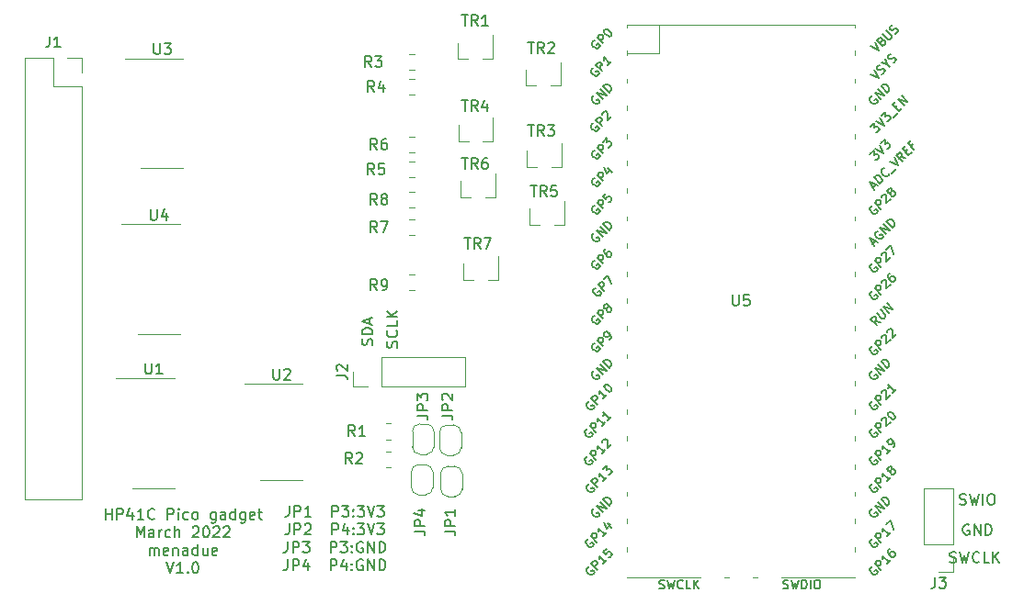
<source format=gbr>
G04 #@! TF.GenerationSoftware,KiCad,Pcbnew,5.1.5+dfsg1-2build2*
G04 #@! TF.CreationDate,2022-03-18T16:26:14+00:00*
G04 #@! TF.ProjectId,pico41,7069636f-3431-42e6-9b69-6361645f7063,rev?*
G04 #@! TF.SameCoordinates,Original*
G04 #@! TF.FileFunction,Legend,Top*
G04 #@! TF.FilePolarity,Positive*
%FSLAX46Y46*%
G04 Gerber Fmt 4.6, Leading zero omitted, Abs format (unit mm)*
G04 Created by KiCad (PCBNEW 5.1.5+dfsg1-2build2) date 2022-03-18 16:26:14*
%MOMM*%
%LPD*%
G04 APERTURE LIST*
%ADD10C,0.150000*%
%ADD11C,0.120000*%
G04 APERTURE END LIST*
D10*
X33932761Y-12612476D02*
X33980380Y-12469619D01*
X33980380Y-12231523D01*
X33932761Y-12136285D01*
X33885142Y-12088666D01*
X33789904Y-12041047D01*
X33694666Y-12041047D01*
X33599428Y-12088666D01*
X33551809Y-12136285D01*
X33504190Y-12231523D01*
X33456571Y-12422000D01*
X33408952Y-12517238D01*
X33361333Y-12564857D01*
X33266095Y-12612476D01*
X33170857Y-12612476D01*
X33075619Y-12564857D01*
X33028000Y-12517238D01*
X32980380Y-12422000D01*
X32980380Y-12183904D01*
X33028000Y-12041047D01*
X33885142Y-11041047D02*
X33932761Y-11088666D01*
X33980380Y-11231523D01*
X33980380Y-11326761D01*
X33932761Y-11469619D01*
X33837523Y-11564857D01*
X33742285Y-11612476D01*
X33551809Y-11660095D01*
X33408952Y-11660095D01*
X33218476Y-11612476D01*
X33123238Y-11564857D01*
X33028000Y-11469619D01*
X32980380Y-11326761D01*
X32980380Y-11231523D01*
X33028000Y-11088666D01*
X33075619Y-11041047D01*
X33980380Y-10136285D02*
X33980380Y-10612476D01*
X32980380Y-10612476D01*
X33980380Y-9802952D02*
X32980380Y-9802952D01*
X33980380Y-9231523D02*
X33408952Y-9660095D01*
X32980380Y-9231523D02*
X33551809Y-9802952D01*
X31646761Y-12390285D02*
X31694380Y-12247428D01*
X31694380Y-12009333D01*
X31646761Y-11914095D01*
X31599142Y-11866476D01*
X31503904Y-11818857D01*
X31408666Y-11818857D01*
X31313428Y-11866476D01*
X31265809Y-11914095D01*
X31218190Y-12009333D01*
X31170571Y-12199809D01*
X31122952Y-12295047D01*
X31075333Y-12342666D01*
X30980095Y-12390285D01*
X30884857Y-12390285D01*
X30789619Y-12342666D01*
X30742000Y-12295047D01*
X30694380Y-12199809D01*
X30694380Y-11961714D01*
X30742000Y-11818857D01*
X31694380Y-11390285D02*
X30694380Y-11390285D01*
X30694380Y-11152190D01*
X30742000Y-11009333D01*
X30837238Y-10914095D01*
X30932476Y-10866476D01*
X31122952Y-10818857D01*
X31265809Y-10818857D01*
X31456285Y-10866476D01*
X31551523Y-10914095D01*
X31646761Y-11009333D01*
X31694380Y-11152190D01*
X31694380Y-11390285D01*
X31408666Y-10437904D02*
X31408666Y-9961714D01*
X31694380Y-10533142D02*
X30694380Y-10199809D01*
X31694380Y-9866476D01*
X84860095Y-32408761D02*
X85002952Y-32456380D01*
X85241047Y-32456380D01*
X85336285Y-32408761D01*
X85383904Y-32361142D01*
X85431523Y-32265904D01*
X85431523Y-32170666D01*
X85383904Y-32075428D01*
X85336285Y-32027809D01*
X85241047Y-31980190D01*
X85050571Y-31932571D01*
X84955333Y-31884952D01*
X84907714Y-31837333D01*
X84860095Y-31742095D01*
X84860095Y-31646857D01*
X84907714Y-31551619D01*
X84955333Y-31504000D01*
X85050571Y-31456380D01*
X85288666Y-31456380D01*
X85431523Y-31504000D01*
X85764857Y-31456380D02*
X86002952Y-32456380D01*
X86193428Y-31742095D01*
X86383904Y-32456380D01*
X86622000Y-31456380D01*
X87574380Y-32361142D02*
X87526761Y-32408761D01*
X87383904Y-32456380D01*
X87288666Y-32456380D01*
X87145809Y-32408761D01*
X87050571Y-32313523D01*
X87002952Y-32218285D01*
X86955333Y-32027809D01*
X86955333Y-31884952D01*
X87002952Y-31694476D01*
X87050571Y-31599238D01*
X87145809Y-31504000D01*
X87288666Y-31456380D01*
X87383904Y-31456380D01*
X87526761Y-31504000D01*
X87574380Y-31551619D01*
X88479142Y-32456380D02*
X88002952Y-32456380D01*
X88002952Y-31456380D01*
X88812476Y-32456380D02*
X88812476Y-31456380D01*
X89383904Y-32456380D02*
X88955333Y-31884952D01*
X89383904Y-31456380D02*
X88812476Y-32027809D01*
X86614095Y-28964000D02*
X86518857Y-28916380D01*
X86376000Y-28916380D01*
X86233142Y-28964000D01*
X86137904Y-29059238D01*
X86090285Y-29154476D01*
X86042666Y-29344952D01*
X86042666Y-29487809D01*
X86090285Y-29678285D01*
X86137904Y-29773523D01*
X86233142Y-29868761D01*
X86376000Y-29916380D01*
X86471238Y-29916380D01*
X86614095Y-29868761D01*
X86661714Y-29821142D01*
X86661714Y-29487809D01*
X86471238Y-29487809D01*
X87090285Y-29916380D02*
X87090285Y-28916380D01*
X87661714Y-29916380D01*
X87661714Y-28916380D01*
X88137904Y-29916380D02*
X88137904Y-28916380D01*
X88376000Y-28916380D01*
X88518857Y-28964000D01*
X88614095Y-29059238D01*
X88661714Y-29154476D01*
X88709333Y-29344952D01*
X88709333Y-29487809D01*
X88661714Y-29678285D01*
X88614095Y-29773523D01*
X88518857Y-29868761D01*
X88376000Y-29916380D01*
X88137904Y-29916380D01*
X85756952Y-27074761D02*
X85899809Y-27122380D01*
X86137904Y-27122380D01*
X86233142Y-27074761D01*
X86280761Y-27027142D01*
X86328380Y-26931904D01*
X86328380Y-26836666D01*
X86280761Y-26741428D01*
X86233142Y-26693809D01*
X86137904Y-26646190D01*
X85947428Y-26598571D01*
X85852190Y-26550952D01*
X85804571Y-26503333D01*
X85756952Y-26408095D01*
X85756952Y-26312857D01*
X85804571Y-26217619D01*
X85852190Y-26170000D01*
X85947428Y-26122380D01*
X86185523Y-26122380D01*
X86328380Y-26170000D01*
X86661714Y-26122380D02*
X86899809Y-27122380D01*
X87090285Y-26408095D01*
X87280761Y-27122380D01*
X87518857Y-26122380D01*
X87899809Y-27122380D02*
X87899809Y-26122380D01*
X88566476Y-26122380D02*
X88756952Y-26122380D01*
X88852190Y-26170000D01*
X88947428Y-26265238D01*
X88995047Y-26455714D01*
X88995047Y-26789047D01*
X88947428Y-26979523D01*
X88852190Y-27074761D01*
X88756952Y-27122380D01*
X88566476Y-27122380D01*
X88471238Y-27074761D01*
X88376000Y-26979523D01*
X88328380Y-26789047D01*
X88328380Y-26455714D01*
X88376000Y-26265238D01*
X88471238Y-26170000D01*
X88566476Y-26122380D01*
X7081142Y-28457380D02*
X7081142Y-27457380D01*
X7081142Y-27933571D02*
X7652571Y-27933571D01*
X7652571Y-28457380D02*
X7652571Y-27457380D01*
X8128761Y-28457380D02*
X8128761Y-27457380D01*
X8509714Y-27457380D01*
X8604952Y-27505000D01*
X8652571Y-27552619D01*
X8700190Y-27647857D01*
X8700190Y-27790714D01*
X8652571Y-27885952D01*
X8604952Y-27933571D01*
X8509714Y-27981190D01*
X8128761Y-27981190D01*
X9557333Y-27790714D02*
X9557333Y-28457380D01*
X9319238Y-27409761D02*
X9081142Y-28124047D01*
X9700190Y-28124047D01*
X10604952Y-28457380D02*
X10033523Y-28457380D01*
X10319238Y-28457380D02*
X10319238Y-27457380D01*
X10223999Y-27600238D01*
X10128761Y-27695476D01*
X10033523Y-27743095D01*
X11604952Y-28362142D02*
X11557333Y-28409761D01*
X11414476Y-28457380D01*
X11319238Y-28457380D01*
X11176380Y-28409761D01*
X11081142Y-28314523D01*
X11033523Y-28219285D01*
X10985904Y-28028809D01*
X10985904Y-27885952D01*
X11033523Y-27695476D01*
X11081142Y-27600238D01*
X11176380Y-27505000D01*
X11319238Y-27457380D01*
X11414476Y-27457380D01*
X11557333Y-27505000D01*
X11604952Y-27552619D01*
X12795428Y-28457380D02*
X12795428Y-27457380D01*
X13176380Y-27457380D01*
X13271619Y-27505000D01*
X13319238Y-27552619D01*
X13366857Y-27647857D01*
X13366857Y-27790714D01*
X13319238Y-27885952D01*
X13271619Y-27933571D01*
X13176380Y-27981190D01*
X12795428Y-27981190D01*
X13795428Y-28457380D02*
X13795428Y-27790714D01*
X13795428Y-27457380D02*
X13747809Y-27505000D01*
X13795428Y-27552619D01*
X13843047Y-27505000D01*
X13795428Y-27457380D01*
X13795428Y-27552619D01*
X14700190Y-28409761D02*
X14604952Y-28457380D01*
X14414476Y-28457380D01*
X14319238Y-28409761D01*
X14271619Y-28362142D01*
X14223999Y-28266904D01*
X14223999Y-27981190D01*
X14271619Y-27885952D01*
X14319238Y-27838333D01*
X14414476Y-27790714D01*
X14604952Y-27790714D01*
X14700190Y-27838333D01*
X15271619Y-28457380D02*
X15176380Y-28409761D01*
X15128761Y-28362142D01*
X15081142Y-28266904D01*
X15081142Y-27981190D01*
X15128761Y-27885952D01*
X15176380Y-27838333D01*
X15271619Y-27790714D01*
X15414476Y-27790714D01*
X15509714Y-27838333D01*
X15557333Y-27885952D01*
X15604952Y-27981190D01*
X15604952Y-28266904D01*
X15557333Y-28362142D01*
X15509714Y-28409761D01*
X15414476Y-28457380D01*
X15271619Y-28457380D01*
X17223999Y-27790714D02*
X17223999Y-28600238D01*
X17176380Y-28695476D01*
X17128761Y-28743095D01*
X17033523Y-28790714D01*
X16890666Y-28790714D01*
X16795428Y-28743095D01*
X17223999Y-28409761D02*
X17128761Y-28457380D01*
X16938285Y-28457380D01*
X16843047Y-28409761D01*
X16795428Y-28362142D01*
X16747809Y-28266904D01*
X16747809Y-27981190D01*
X16795428Y-27885952D01*
X16843047Y-27838333D01*
X16938285Y-27790714D01*
X17128761Y-27790714D01*
X17223999Y-27838333D01*
X18128761Y-28457380D02*
X18128761Y-27933571D01*
X18081142Y-27838333D01*
X17985904Y-27790714D01*
X17795428Y-27790714D01*
X17700190Y-27838333D01*
X18128761Y-28409761D02*
X18033523Y-28457380D01*
X17795428Y-28457380D01*
X17700190Y-28409761D01*
X17652571Y-28314523D01*
X17652571Y-28219285D01*
X17700190Y-28124047D01*
X17795428Y-28076428D01*
X18033523Y-28076428D01*
X18128761Y-28028809D01*
X19033523Y-28457380D02*
X19033523Y-27457380D01*
X19033523Y-28409761D02*
X18938285Y-28457380D01*
X18747809Y-28457380D01*
X18652571Y-28409761D01*
X18604952Y-28362142D01*
X18557333Y-28266904D01*
X18557333Y-27981190D01*
X18604952Y-27885952D01*
X18652571Y-27838333D01*
X18747809Y-27790714D01*
X18938285Y-27790714D01*
X19033523Y-27838333D01*
X19938285Y-27790714D02*
X19938285Y-28600238D01*
X19890666Y-28695476D01*
X19843047Y-28743095D01*
X19747809Y-28790714D01*
X19604952Y-28790714D01*
X19509714Y-28743095D01*
X19938285Y-28409761D02*
X19843047Y-28457380D01*
X19652571Y-28457380D01*
X19557333Y-28409761D01*
X19509714Y-28362142D01*
X19462095Y-28266904D01*
X19462095Y-27981190D01*
X19509714Y-27885952D01*
X19557333Y-27838333D01*
X19652571Y-27790714D01*
X19843047Y-27790714D01*
X19938285Y-27838333D01*
X20795428Y-28409761D02*
X20700190Y-28457380D01*
X20509714Y-28457380D01*
X20414476Y-28409761D01*
X20366857Y-28314523D01*
X20366857Y-27933571D01*
X20414476Y-27838333D01*
X20509714Y-27790714D01*
X20700190Y-27790714D01*
X20795428Y-27838333D01*
X20843047Y-27933571D01*
X20843047Y-28028809D01*
X20366857Y-28124047D01*
X21128761Y-27790714D02*
X21509714Y-27790714D01*
X21271619Y-27457380D02*
X21271619Y-28314523D01*
X21319238Y-28409761D01*
X21414476Y-28457380D01*
X21509714Y-28457380D01*
X9962095Y-30107380D02*
X9962095Y-29107380D01*
X10295428Y-29821666D01*
X10628761Y-29107380D01*
X10628761Y-30107380D01*
X11533523Y-30107380D02*
X11533523Y-29583571D01*
X11485904Y-29488333D01*
X11390666Y-29440714D01*
X11200190Y-29440714D01*
X11104952Y-29488333D01*
X11533523Y-30059761D02*
X11438285Y-30107380D01*
X11200190Y-30107380D01*
X11104952Y-30059761D01*
X11057333Y-29964523D01*
X11057333Y-29869285D01*
X11104952Y-29774047D01*
X11200190Y-29726428D01*
X11438285Y-29726428D01*
X11533523Y-29678809D01*
X12009714Y-30107380D02*
X12009714Y-29440714D01*
X12009714Y-29631190D02*
X12057333Y-29535952D01*
X12104952Y-29488333D01*
X12200190Y-29440714D01*
X12295428Y-29440714D01*
X13057333Y-30059761D02*
X12962095Y-30107380D01*
X12771619Y-30107380D01*
X12676380Y-30059761D01*
X12628761Y-30012142D01*
X12581142Y-29916904D01*
X12581142Y-29631190D01*
X12628761Y-29535952D01*
X12676380Y-29488333D01*
X12771619Y-29440714D01*
X12962095Y-29440714D01*
X13057333Y-29488333D01*
X13485904Y-30107380D02*
X13485904Y-29107380D01*
X13914476Y-30107380D02*
X13914476Y-29583571D01*
X13866857Y-29488333D01*
X13771619Y-29440714D01*
X13628761Y-29440714D01*
X13533523Y-29488333D01*
X13485904Y-29535952D01*
X15104952Y-29202619D02*
X15152571Y-29155000D01*
X15247809Y-29107380D01*
X15485904Y-29107380D01*
X15581142Y-29155000D01*
X15628761Y-29202619D01*
X15676380Y-29297857D01*
X15676380Y-29393095D01*
X15628761Y-29535952D01*
X15057333Y-30107380D01*
X15676380Y-30107380D01*
X16295428Y-29107380D02*
X16390666Y-29107380D01*
X16485904Y-29155000D01*
X16533523Y-29202619D01*
X16581142Y-29297857D01*
X16628761Y-29488333D01*
X16628761Y-29726428D01*
X16581142Y-29916904D01*
X16533523Y-30012142D01*
X16485904Y-30059761D01*
X16390666Y-30107380D01*
X16295428Y-30107380D01*
X16200190Y-30059761D01*
X16152571Y-30012142D01*
X16104952Y-29916904D01*
X16057333Y-29726428D01*
X16057333Y-29488333D01*
X16104952Y-29297857D01*
X16152571Y-29202619D01*
X16200190Y-29155000D01*
X16295428Y-29107380D01*
X17009714Y-29202619D02*
X17057333Y-29155000D01*
X17152571Y-29107380D01*
X17390666Y-29107380D01*
X17485904Y-29155000D01*
X17533523Y-29202619D01*
X17581142Y-29297857D01*
X17581142Y-29393095D01*
X17533523Y-29535952D01*
X16962095Y-30107380D01*
X17581142Y-30107380D01*
X17962095Y-29202619D02*
X18009714Y-29155000D01*
X18104952Y-29107380D01*
X18343047Y-29107380D01*
X18438285Y-29155000D01*
X18485904Y-29202619D01*
X18533523Y-29297857D01*
X18533523Y-29393095D01*
X18485904Y-29535952D01*
X17914476Y-30107380D01*
X18533523Y-30107380D01*
X11128761Y-31757380D02*
X11128761Y-31090714D01*
X11128761Y-31185952D02*
X11176380Y-31138333D01*
X11271619Y-31090714D01*
X11414476Y-31090714D01*
X11509714Y-31138333D01*
X11557333Y-31233571D01*
X11557333Y-31757380D01*
X11557333Y-31233571D02*
X11604952Y-31138333D01*
X11700190Y-31090714D01*
X11843047Y-31090714D01*
X11938285Y-31138333D01*
X11985904Y-31233571D01*
X11985904Y-31757380D01*
X12843047Y-31709761D02*
X12747809Y-31757380D01*
X12557333Y-31757380D01*
X12462095Y-31709761D01*
X12414476Y-31614523D01*
X12414476Y-31233571D01*
X12462095Y-31138333D01*
X12557333Y-31090714D01*
X12747809Y-31090714D01*
X12843047Y-31138333D01*
X12890666Y-31233571D01*
X12890666Y-31328809D01*
X12414476Y-31424047D01*
X13319238Y-31090714D02*
X13319238Y-31757380D01*
X13319238Y-31185952D02*
X13366857Y-31138333D01*
X13462095Y-31090714D01*
X13604952Y-31090714D01*
X13700190Y-31138333D01*
X13747809Y-31233571D01*
X13747809Y-31757380D01*
X14652571Y-31757380D02*
X14652571Y-31233571D01*
X14604952Y-31138333D01*
X14509714Y-31090714D01*
X14319238Y-31090714D01*
X14224000Y-31138333D01*
X14652571Y-31709761D02*
X14557333Y-31757380D01*
X14319238Y-31757380D01*
X14224000Y-31709761D01*
X14176380Y-31614523D01*
X14176380Y-31519285D01*
X14224000Y-31424047D01*
X14319238Y-31376428D01*
X14557333Y-31376428D01*
X14652571Y-31328809D01*
X15557333Y-31757380D02*
X15557333Y-30757380D01*
X15557333Y-31709761D02*
X15462095Y-31757380D01*
X15271619Y-31757380D01*
X15176380Y-31709761D01*
X15128761Y-31662142D01*
X15081142Y-31566904D01*
X15081142Y-31281190D01*
X15128761Y-31185952D01*
X15176380Y-31138333D01*
X15271619Y-31090714D01*
X15462095Y-31090714D01*
X15557333Y-31138333D01*
X16462095Y-31090714D02*
X16462095Y-31757380D01*
X16033523Y-31090714D02*
X16033523Y-31614523D01*
X16081142Y-31709761D01*
X16176380Y-31757380D01*
X16319238Y-31757380D01*
X16414476Y-31709761D01*
X16462095Y-31662142D01*
X17319238Y-31709761D02*
X17224000Y-31757380D01*
X17033523Y-31757380D01*
X16938285Y-31709761D01*
X16890666Y-31614523D01*
X16890666Y-31233571D01*
X16938285Y-31138333D01*
X17033523Y-31090714D01*
X17224000Y-31090714D01*
X17319238Y-31138333D01*
X17366857Y-31233571D01*
X17366857Y-31328809D01*
X16890666Y-31424047D01*
X12700190Y-32407380D02*
X13033523Y-33407380D01*
X13366857Y-32407380D01*
X14224000Y-33407380D02*
X13652571Y-33407380D01*
X13938285Y-33407380D02*
X13938285Y-32407380D01*
X13843047Y-32550238D01*
X13747809Y-32645476D01*
X13652571Y-32693095D01*
X14652571Y-33312142D02*
X14700190Y-33359761D01*
X14652571Y-33407380D01*
X14604952Y-33359761D01*
X14652571Y-33312142D01*
X14652571Y-33407380D01*
X15319238Y-32407380D02*
X15414476Y-32407380D01*
X15509714Y-32455000D01*
X15557333Y-32502619D01*
X15604952Y-32597857D01*
X15652571Y-32788333D01*
X15652571Y-33026428D01*
X15604952Y-33216904D01*
X15557333Y-33312142D01*
X15509714Y-33359761D01*
X15414476Y-33407380D01*
X15319238Y-33407380D01*
X15224000Y-33359761D01*
X15176380Y-33312142D01*
X15128761Y-33216904D01*
X15081142Y-33026428D01*
X15081142Y-32788333D01*
X15128761Y-32597857D01*
X15176380Y-32502619D01*
X15224000Y-32455000D01*
X15319238Y-32407380D01*
X24003523Y-27203380D02*
X24003523Y-27917666D01*
X23955904Y-28060523D01*
X23860666Y-28155761D01*
X23717809Y-28203380D01*
X23622571Y-28203380D01*
X24479714Y-28203380D02*
X24479714Y-27203380D01*
X24860666Y-27203380D01*
X24955904Y-27251000D01*
X25003523Y-27298619D01*
X25051142Y-27393857D01*
X25051142Y-27536714D01*
X25003523Y-27631952D01*
X24955904Y-27679571D01*
X24860666Y-27727190D01*
X24479714Y-27727190D01*
X26003523Y-28203380D02*
X25432095Y-28203380D01*
X25717809Y-28203380D02*
X25717809Y-27203380D01*
X25622571Y-27346238D01*
X25527333Y-27441476D01*
X25432095Y-27489095D01*
X27955904Y-28203380D02*
X27955904Y-27203380D01*
X28336857Y-27203380D01*
X28432095Y-27251000D01*
X28479714Y-27298619D01*
X28527333Y-27393857D01*
X28527333Y-27536714D01*
X28479714Y-27631952D01*
X28432095Y-27679571D01*
X28336857Y-27727190D01*
X27955904Y-27727190D01*
X28860666Y-27203380D02*
X29479714Y-27203380D01*
X29146380Y-27584333D01*
X29289238Y-27584333D01*
X29384476Y-27631952D01*
X29432095Y-27679571D01*
X29479714Y-27774809D01*
X29479714Y-28012904D01*
X29432095Y-28108142D01*
X29384476Y-28155761D01*
X29289238Y-28203380D01*
X29003523Y-28203380D01*
X28908285Y-28155761D01*
X28860666Y-28108142D01*
X29908285Y-28108142D02*
X29955904Y-28155761D01*
X29908285Y-28203380D01*
X29860666Y-28155761D01*
X29908285Y-28108142D01*
X29908285Y-28203380D01*
X29908285Y-27584333D02*
X29955904Y-27631952D01*
X29908285Y-27679571D01*
X29860666Y-27631952D01*
X29908285Y-27584333D01*
X29908285Y-27679571D01*
X30289238Y-27203380D02*
X30908285Y-27203380D01*
X30574952Y-27584333D01*
X30717809Y-27584333D01*
X30813047Y-27631952D01*
X30860666Y-27679571D01*
X30908285Y-27774809D01*
X30908285Y-28012904D01*
X30860666Y-28108142D01*
X30813047Y-28155761D01*
X30717809Y-28203380D01*
X30432095Y-28203380D01*
X30336857Y-28155761D01*
X30289238Y-28108142D01*
X31193999Y-27203380D02*
X31527333Y-28203380D01*
X31860666Y-27203380D01*
X32098761Y-27203380D02*
X32717809Y-27203380D01*
X32384476Y-27584333D01*
X32527333Y-27584333D01*
X32622571Y-27631952D01*
X32670190Y-27679571D01*
X32717809Y-27774809D01*
X32717809Y-28012904D01*
X32670190Y-28108142D01*
X32622571Y-28155761D01*
X32527333Y-28203380D01*
X32241619Y-28203380D01*
X32146380Y-28155761D01*
X32098761Y-28108142D01*
X24003523Y-28853380D02*
X24003523Y-29567666D01*
X23955904Y-29710523D01*
X23860666Y-29805761D01*
X23717809Y-29853380D01*
X23622571Y-29853380D01*
X24479714Y-29853380D02*
X24479714Y-28853380D01*
X24860666Y-28853380D01*
X24955904Y-28901000D01*
X25003523Y-28948619D01*
X25051142Y-29043857D01*
X25051142Y-29186714D01*
X25003523Y-29281952D01*
X24955904Y-29329571D01*
X24860666Y-29377190D01*
X24479714Y-29377190D01*
X25432095Y-28948619D02*
X25479714Y-28901000D01*
X25574952Y-28853380D01*
X25813047Y-28853380D01*
X25908285Y-28901000D01*
X25955904Y-28948619D01*
X26003523Y-29043857D01*
X26003523Y-29139095D01*
X25955904Y-29281952D01*
X25384476Y-29853380D01*
X26003523Y-29853380D01*
X27955904Y-29853380D02*
X27955904Y-28853380D01*
X28336857Y-28853380D01*
X28432095Y-28901000D01*
X28479714Y-28948619D01*
X28527333Y-29043857D01*
X28527333Y-29186714D01*
X28479714Y-29281952D01*
X28432095Y-29329571D01*
X28336857Y-29377190D01*
X27955904Y-29377190D01*
X29384476Y-29186714D02*
X29384476Y-29853380D01*
X29146380Y-28805761D02*
X28908285Y-29520047D01*
X29527333Y-29520047D01*
X29908285Y-29758142D02*
X29955904Y-29805761D01*
X29908285Y-29853380D01*
X29860666Y-29805761D01*
X29908285Y-29758142D01*
X29908285Y-29853380D01*
X29908285Y-29234333D02*
X29955904Y-29281952D01*
X29908285Y-29329571D01*
X29860666Y-29281952D01*
X29908285Y-29234333D01*
X29908285Y-29329571D01*
X30289238Y-28853380D02*
X30908285Y-28853380D01*
X30574952Y-29234333D01*
X30717809Y-29234333D01*
X30813047Y-29281952D01*
X30860666Y-29329571D01*
X30908285Y-29424809D01*
X30908285Y-29662904D01*
X30860666Y-29758142D01*
X30813047Y-29805761D01*
X30717809Y-29853380D01*
X30432095Y-29853380D01*
X30336857Y-29805761D01*
X30289238Y-29758142D01*
X31193999Y-28853380D02*
X31527333Y-29853380D01*
X31860666Y-28853380D01*
X32098761Y-28853380D02*
X32717809Y-28853380D01*
X32384476Y-29234333D01*
X32527333Y-29234333D01*
X32622571Y-29281952D01*
X32670190Y-29329571D01*
X32717809Y-29424809D01*
X32717809Y-29662904D01*
X32670190Y-29758142D01*
X32622571Y-29805761D01*
X32527333Y-29853380D01*
X32241619Y-29853380D01*
X32146380Y-29805761D01*
X32098761Y-29758142D01*
X23860666Y-30503380D02*
X23860666Y-31217666D01*
X23813047Y-31360523D01*
X23717809Y-31455761D01*
X23574952Y-31503380D01*
X23479714Y-31503380D01*
X24336857Y-31503380D02*
X24336857Y-30503380D01*
X24717809Y-30503380D01*
X24813047Y-30551000D01*
X24860666Y-30598619D01*
X24908285Y-30693857D01*
X24908285Y-30836714D01*
X24860666Y-30931952D01*
X24813047Y-30979571D01*
X24717809Y-31027190D01*
X24336857Y-31027190D01*
X25241619Y-30503380D02*
X25860666Y-30503380D01*
X25527333Y-30884333D01*
X25670190Y-30884333D01*
X25765428Y-30931952D01*
X25813047Y-30979571D01*
X25860666Y-31074809D01*
X25860666Y-31312904D01*
X25813047Y-31408142D01*
X25765428Y-31455761D01*
X25670190Y-31503380D01*
X25384476Y-31503380D01*
X25289238Y-31455761D01*
X25241619Y-31408142D01*
X27813047Y-31503380D02*
X27813047Y-30503380D01*
X28194000Y-30503380D01*
X28289238Y-30551000D01*
X28336857Y-30598619D01*
X28384476Y-30693857D01*
X28384476Y-30836714D01*
X28336857Y-30931952D01*
X28289238Y-30979571D01*
X28194000Y-31027190D01*
X27813047Y-31027190D01*
X28717809Y-30503380D02*
X29336857Y-30503380D01*
X29003523Y-30884333D01*
X29146380Y-30884333D01*
X29241619Y-30931952D01*
X29289238Y-30979571D01*
X29336857Y-31074809D01*
X29336857Y-31312904D01*
X29289238Y-31408142D01*
X29241619Y-31455761D01*
X29146380Y-31503380D01*
X28860666Y-31503380D01*
X28765428Y-31455761D01*
X28717809Y-31408142D01*
X29765428Y-31408142D02*
X29813047Y-31455761D01*
X29765428Y-31503380D01*
X29717809Y-31455761D01*
X29765428Y-31408142D01*
X29765428Y-31503380D01*
X29765428Y-30884333D02*
X29813047Y-30931952D01*
X29765428Y-30979571D01*
X29717809Y-30931952D01*
X29765428Y-30884333D01*
X29765428Y-30979571D01*
X30765428Y-30551000D02*
X30670190Y-30503380D01*
X30527333Y-30503380D01*
X30384476Y-30551000D01*
X30289238Y-30646238D01*
X30241619Y-30741476D01*
X30194000Y-30931952D01*
X30194000Y-31074809D01*
X30241619Y-31265285D01*
X30289238Y-31360523D01*
X30384476Y-31455761D01*
X30527333Y-31503380D01*
X30622571Y-31503380D01*
X30765428Y-31455761D01*
X30813047Y-31408142D01*
X30813047Y-31074809D01*
X30622571Y-31074809D01*
X31241619Y-31503380D02*
X31241619Y-30503380D01*
X31813047Y-31503380D01*
X31813047Y-30503380D01*
X32289238Y-31503380D02*
X32289238Y-30503380D01*
X32527333Y-30503380D01*
X32670190Y-30551000D01*
X32765428Y-30646238D01*
X32813047Y-30741476D01*
X32860666Y-30931952D01*
X32860666Y-31074809D01*
X32813047Y-31265285D01*
X32765428Y-31360523D01*
X32670190Y-31455761D01*
X32527333Y-31503380D01*
X32289238Y-31503380D01*
X23860666Y-32153380D02*
X23860666Y-32867666D01*
X23813047Y-33010523D01*
X23717809Y-33105761D01*
X23574952Y-33153380D01*
X23479714Y-33153380D01*
X24336857Y-33153380D02*
X24336857Y-32153380D01*
X24717809Y-32153380D01*
X24813047Y-32201000D01*
X24860666Y-32248619D01*
X24908285Y-32343857D01*
X24908285Y-32486714D01*
X24860666Y-32581952D01*
X24813047Y-32629571D01*
X24717809Y-32677190D01*
X24336857Y-32677190D01*
X25765428Y-32486714D02*
X25765428Y-33153380D01*
X25527333Y-32105761D02*
X25289238Y-32820047D01*
X25908285Y-32820047D01*
X27813047Y-33153380D02*
X27813047Y-32153380D01*
X28194000Y-32153380D01*
X28289238Y-32201000D01*
X28336857Y-32248619D01*
X28384476Y-32343857D01*
X28384476Y-32486714D01*
X28336857Y-32581952D01*
X28289238Y-32629571D01*
X28194000Y-32677190D01*
X27813047Y-32677190D01*
X29241619Y-32486714D02*
X29241619Y-33153380D01*
X29003523Y-32105761D02*
X28765428Y-32820047D01*
X29384476Y-32820047D01*
X29765428Y-33058142D02*
X29813047Y-33105761D01*
X29765428Y-33153380D01*
X29717809Y-33105761D01*
X29765428Y-33058142D01*
X29765428Y-33153380D01*
X29765428Y-32534333D02*
X29813047Y-32581952D01*
X29765428Y-32629571D01*
X29717809Y-32581952D01*
X29765428Y-32534333D01*
X29765428Y-32629571D01*
X30765428Y-32201000D02*
X30670190Y-32153380D01*
X30527333Y-32153380D01*
X30384476Y-32201000D01*
X30289238Y-32296238D01*
X30241619Y-32391476D01*
X30194000Y-32581952D01*
X30194000Y-32724809D01*
X30241619Y-32915285D01*
X30289238Y-33010523D01*
X30384476Y-33105761D01*
X30527333Y-33153380D01*
X30622571Y-33153380D01*
X30765428Y-33105761D01*
X30813047Y-33058142D01*
X30813047Y-32724809D01*
X30622571Y-32724809D01*
X31241619Y-33153380D02*
X31241619Y-32153380D01*
X31813047Y-33153380D01*
X31813047Y-32153380D01*
X32289238Y-33153380D02*
X32289238Y-32153380D01*
X32527333Y-32153380D01*
X32670190Y-32201000D01*
X32765428Y-32296238D01*
X32813047Y-32391476D01*
X32860666Y-32581952D01*
X32860666Y-32724809D01*
X32813047Y-32915285D01*
X32765428Y-33010523D01*
X32670190Y-33105761D01*
X32527333Y-33153380D01*
X32289238Y-33153380D01*
D11*
X55100000Y17200000D02*
X76100000Y17200000D01*
X61900000Y-33800000D02*
X55100000Y-33800000D01*
X55100000Y14533000D02*
X58107000Y14533000D01*
X58107000Y14533000D02*
X58107000Y17200000D01*
X55100000Y17200000D02*
X55100000Y16900000D01*
X55100000Y14800000D02*
X55100000Y14400000D01*
X55100000Y12200000D02*
X55100000Y11800000D01*
X55100000Y9700000D02*
X55100000Y9300000D01*
X55100000Y7100000D02*
X55100000Y6700000D01*
X55100000Y4600000D02*
X55100000Y4200000D01*
X55100000Y2100000D02*
X55100000Y1700000D01*
X55100000Y-500000D02*
X55100000Y-900000D01*
X55100000Y-3000000D02*
X55100000Y-3400000D01*
X55100000Y-5600000D02*
X55100000Y-6000000D01*
X55100000Y-8100000D02*
X55100000Y-8500000D01*
X55100000Y-10600000D02*
X55100000Y-11000000D01*
X55100000Y-13200000D02*
X55100000Y-13600000D01*
X55100000Y-15700000D02*
X55100000Y-16100000D01*
X55100000Y-18300000D02*
X55100000Y-18700000D01*
X55100000Y-20800000D02*
X55100000Y-21200000D01*
X55100000Y-23400000D02*
X55100000Y-23800000D01*
X55100000Y-25900000D02*
X55100000Y-26300000D01*
X55100000Y-28400000D02*
X55100000Y-28800000D01*
X55100000Y-31000000D02*
X55100000Y-31400000D01*
X76100000Y2100000D02*
X76100000Y1700000D01*
X76100000Y-3000000D02*
X76100000Y-3400000D01*
X76100000Y-10600000D02*
X76100000Y-11000000D01*
X76100000Y-18300000D02*
X76100000Y-18700000D01*
X76100000Y12200000D02*
X76100000Y11800000D01*
X76100000Y14800000D02*
X76100000Y14400000D01*
X76100000Y7100000D02*
X76100000Y6700000D01*
X76100000Y-25900000D02*
X76100000Y-26300000D01*
X76100000Y-31000000D02*
X76100000Y-31400000D01*
X76100000Y-28400000D02*
X76100000Y-28800000D01*
X76100000Y-13200000D02*
X76100000Y-13600000D01*
X76100000Y-8100000D02*
X76100000Y-8500000D01*
X76100000Y4600000D02*
X76100000Y4200000D01*
X76100000Y-500000D02*
X76100000Y-900000D01*
X76100000Y-20800000D02*
X76100000Y-21200000D01*
X76100000Y-5600000D02*
X76100000Y-6000000D01*
X76100000Y17200000D02*
X76100000Y16900000D01*
X76100000Y9700000D02*
X76100000Y9300000D01*
X76100000Y-15700000D02*
X76100000Y-16100000D01*
X76100000Y-23400000D02*
X76100000Y-23800000D01*
X76100000Y-33800000D02*
X69300000Y-33800000D01*
X64100000Y-33800000D02*
X64500000Y-33800000D01*
X66700000Y-33800000D02*
X67100000Y-33800000D01*
X12000000Y-1240000D02*
X8550000Y-1240000D01*
X12000000Y-1240000D02*
X13950000Y-1240000D01*
X12000000Y-11360000D02*
X10050000Y-11360000D01*
X12000000Y-11360000D02*
X13950000Y-11360000D01*
X12300000Y14060000D02*
X8850000Y14060000D01*
X12300000Y14060000D02*
X14250000Y14060000D01*
X12300000Y3940000D02*
X10350000Y3940000D01*
X12300000Y3940000D02*
X14250000Y3940000D01*
X23300000Y-15965000D02*
X19850000Y-15965000D01*
X23300000Y-15965000D02*
X25250000Y-15965000D01*
X23300000Y-24835000D02*
X21350000Y-24835000D01*
X23300000Y-24835000D02*
X25250000Y-24835000D01*
X11500000Y-15440000D02*
X8050000Y-15440000D01*
X11500000Y-15440000D02*
X13450000Y-15440000D01*
X11500000Y-25560000D02*
X9550000Y-25560000D01*
X11500000Y-25560000D02*
X13450000Y-25560000D01*
X40076000Y-6348000D02*
X40076000Y-4888000D01*
X43236000Y-6348000D02*
X43236000Y-4188000D01*
X43236000Y-6348000D02*
X42306000Y-6348000D01*
X40076000Y-6348000D02*
X41006000Y-6348000D01*
X39822000Y1272000D02*
X39822000Y2732000D01*
X42982000Y1272000D02*
X42982000Y3432000D01*
X42982000Y1272000D02*
X42052000Y1272000D01*
X39822000Y1272000D02*
X40752000Y1272000D01*
X46172000Y-1268000D02*
X46172000Y192000D01*
X49332000Y-1268000D02*
X49332000Y892000D01*
X49332000Y-1268000D02*
X48402000Y-1268000D01*
X46172000Y-1268000D02*
X47102000Y-1268000D01*
X39620000Y6440000D02*
X39620000Y7900000D01*
X42780000Y6440000D02*
X42780000Y8600000D01*
X42780000Y6440000D02*
X41850000Y6440000D01*
X39620000Y6440000D02*
X40550000Y6440000D01*
X45918000Y4066000D02*
X45918000Y5526000D01*
X49078000Y4066000D02*
X49078000Y6226000D01*
X49078000Y4066000D02*
X48148000Y4066000D01*
X45918000Y4066000D02*
X46848000Y4066000D01*
X45820000Y11540000D02*
X45820000Y13000000D01*
X48980000Y11540000D02*
X48980000Y13700000D01*
X48980000Y11540000D02*
X48050000Y11540000D01*
X45820000Y11540000D02*
X46750000Y11540000D01*
X39568000Y14040000D02*
X39568000Y15500000D01*
X42728000Y14040000D02*
X42728000Y16200000D01*
X42728000Y14040000D02*
X41798000Y14040000D01*
X39568000Y14040000D02*
X40498000Y14040000D01*
X35078936Y-7339000D02*
X35533064Y-7339000D01*
X35078936Y-5869000D02*
X35533064Y-5869000D01*
X35078936Y281000D02*
X35533064Y281000D01*
X35078936Y1751000D02*
X35533064Y1751000D01*
X35078936Y-2259000D02*
X35533064Y-2259000D01*
X35078936Y-789000D02*
X35533064Y-789000D01*
X35078936Y5361000D02*
X35533064Y5361000D01*
X35078936Y6831000D02*
X35533064Y6831000D01*
X35078936Y3075000D02*
X35533064Y3075000D01*
X35078936Y4545000D02*
X35533064Y4545000D01*
X35078936Y10695000D02*
X35533064Y10695000D01*
X35078936Y12165000D02*
X35533064Y12165000D01*
X35078936Y12981000D02*
X35533064Y12981000D01*
X35078936Y14451000D02*
X35533064Y14451000D01*
X33365064Y-22213000D02*
X32910936Y-22213000D01*
X33365064Y-23683000D02*
X32910936Y-23683000D01*
X33365064Y-19613000D02*
X32910936Y-19613000D01*
X33365064Y-21083000D02*
X32910936Y-21083000D01*
X37238000Y-24098000D02*
X37238000Y-25498000D01*
X36538000Y-26198000D02*
X35938000Y-26198000D01*
X35238000Y-25498000D02*
X35238000Y-24098000D01*
X35938000Y-23398000D02*
X36538000Y-23398000D01*
X36538000Y-23398000D02*
G75*
G02X37238000Y-24098000I0J-700000D01*
G01*
X35238000Y-24098000D02*
G75*
G02X35938000Y-23398000I700000J0D01*
G01*
X35938000Y-26198000D02*
G75*
G02X35238000Y-25498000I0J700000D01*
G01*
X37238000Y-25498000D02*
G75*
G02X36538000Y-26198000I-700000J0D01*
G01*
X35338000Y-21748000D02*
X35338000Y-20348000D01*
X36038000Y-19648000D02*
X36638000Y-19648000D01*
X37338000Y-20348000D02*
X37338000Y-21748000D01*
X36638000Y-22448000D02*
X36038000Y-22448000D01*
X36038000Y-22448000D02*
G75*
G02X35338000Y-21748000I0J700000D01*
G01*
X37338000Y-21748000D02*
G75*
G02X36638000Y-22448000I-700000J0D01*
G01*
X36638000Y-19648000D02*
G75*
G02X37338000Y-20348000I0J-700000D01*
G01*
X35338000Y-20348000D02*
G75*
G02X36038000Y-19648000I700000J0D01*
G01*
X37838000Y-21848000D02*
X37838000Y-20448000D01*
X38538000Y-19748000D02*
X39138000Y-19748000D01*
X39838000Y-20448000D02*
X39838000Y-21848000D01*
X39138000Y-22548000D02*
X38538000Y-22548000D01*
X38538000Y-22548000D02*
G75*
G02X37838000Y-21848000I0J700000D01*
G01*
X39838000Y-21848000D02*
G75*
G02X39138000Y-22548000I-700000J0D01*
G01*
X39138000Y-19748000D02*
G75*
G02X39838000Y-20448000I0J-700000D01*
G01*
X37838000Y-20448000D02*
G75*
G02X38538000Y-19748000I700000J0D01*
G01*
X39938000Y-24248000D02*
X39938000Y-25648000D01*
X39238000Y-26348000D02*
X38638000Y-26348000D01*
X37938000Y-25648000D02*
X37938000Y-24248000D01*
X38638000Y-23548000D02*
X39238000Y-23548000D01*
X39238000Y-23548000D02*
G75*
G02X39938000Y-24248000I0J-700000D01*
G01*
X37938000Y-24248000D02*
G75*
G02X38638000Y-23548000I700000J0D01*
G01*
X38638000Y-26348000D02*
G75*
G02X37938000Y-25648000I0J700000D01*
G01*
X39938000Y-25648000D02*
G75*
G02X39238000Y-26348000I-700000J0D01*
G01*
X85150000Y-33334000D02*
X83820000Y-33334000D01*
X85150000Y-32004000D02*
X85150000Y-33334000D01*
X85150000Y-30734000D02*
X82490000Y-30734000D01*
X82490000Y-30734000D02*
X82490000Y-25594000D01*
X85150000Y-30734000D02*
X85150000Y-25594000D01*
X85150000Y-25594000D02*
X82490000Y-25594000D01*
X29908000Y-16178000D02*
X29908000Y-14848000D01*
X31238000Y-16178000D02*
X29908000Y-16178000D01*
X32508000Y-16178000D02*
X32508000Y-13518000D01*
X32508000Y-13518000D02*
X40188000Y-13518000D01*
X32508000Y-16178000D02*
X40188000Y-16178000D01*
X40188000Y-16178000D02*
X40188000Y-13518000D01*
X3540000Y14110000D02*
X4870000Y14110000D01*
X4870000Y14110000D02*
X4870000Y12780000D01*
X2270000Y14110000D02*
X2270000Y11510000D01*
X2270000Y11510000D02*
X4870000Y11510000D01*
X4870000Y11510000D02*
X4870000Y-26650000D01*
X-330000Y-26650000D02*
X4870000Y-26650000D01*
X-330000Y14110000D02*
X-330000Y-26650000D01*
X-330000Y14110000D02*
X2270000Y14110000D01*
D10*
X64838095Y-7752380D02*
X64838095Y-8561904D01*
X64885714Y-8657142D01*
X64933333Y-8704761D01*
X65028571Y-8752380D01*
X65219047Y-8752380D01*
X65314285Y-8704761D01*
X65361904Y-8657142D01*
X65409523Y-8561904D01*
X65409523Y-7752380D01*
X66361904Y-7752380D02*
X65885714Y-7752380D01*
X65838095Y-8228571D01*
X65885714Y-8180952D01*
X65980952Y-8133333D01*
X66219047Y-8133333D01*
X66314285Y-8180952D01*
X66361904Y-8228571D01*
X66409523Y-8323809D01*
X66409523Y-8561904D01*
X66361904Y-8657142D01*
X66314285Y-8704761D01*
X66219047Y-8752380D01*
X65980952Y-8752380D01*
X65885714Y-8704761D01*
X65838095Y-8657142D01*
X69504761Y-34823809D02*
X69619047Y-34861904D01*
X69809523Y-34861904D01*
X69885714Y-34823809D01*
X69923809Y-34785714D01*
X69961904Y-34709523D01*
X69961904Y-34633333D01*
X69923809Y-34557142D01*
X69885714Y-34519047D01*
X69809523Y-34480952D01*
X69657142Y-34442857D01*
X69580952Y-34404761D01*
X69542857Y-34366666D01*
X69504761Y-34290476D01*
X69504761Y-34214285D01*
X69542857Y-34138095D01*
X69580952Y-34100000D01*
X69657142Y-34061904D01*
X69847619Y-34061904D01*
X69961904Y-34100000D01*
X70228571Y-34061904D02*
X70419047Y-34861904D01*
X70571428Y-34290476D01*
X70723809Y-34861904D01*
X70914285Y-34061904D01*
X71219047Y-34861904D02*
X71219047Y-34061904D01*
X71409523Y-34061904D01*
X71523809Y-34100000D01*
X71600000Y-34176190D01*
X71638095Y-34252380D01*
X71676190Y-34404761D01*
X71676190Y-34519047D01*
X71638095Y-34671428D01*
X71600000Y-34747619D01*
X71523809Y-34823809D01*
X71409523Y-34861904D01*
X71219047Y-34861904D01*
X72019047Y-34861904D02*
X72019047Y-34061904D01*
X72552380Y-34061904D02*
X72704761Y-34061904D01*
X72780952Y-34100000D01*
X72857142Y-34176190D01*
X72895238Y-34328571D01*
X72895238Y-34595238D01*
X72857142Y-34747619D01*
X72780952Y-34823809D01*
X72704761Y-34861904D01*
X72552380Y-34861904D01*
X72476190Y-34823809D01*
X72400000Y-34747619D01*
X72361904Y-34595238D01*
X72361904Y-34328571D01*
X72400000Y-34176190D01*
X72476190Y-34100000D01*
X72552380Y-34061904D01*
X58090476Y-34823809D02*
X58204761Y-34861904D01*
X58395238Y-34861904D01*
X58471428Y-34823809D01*
X58509523Y-34785714D01*
X58547619Y-34709523D01*
X58547619Y-34633333D01*
X58509523Y-34557142D01*
X58471428Y-34519047D01*
X58395238Y-34480952D01*
X58242857Y-34442857D01*
X58166666Y-34404761D01*
X58128571Y-34366666D01*
X58090476Y-34290476D01*
X58090476Y-34214285D01*
X58128571Y-34138095D01*
X58166666Y-34100000D01*
X58242857Y-34061904D01*
X58433333Y-34061904D01*
X58547619Y-34100000D01*
X58814285Y-34061904D02*
X59004761Y-34861904D01*
X59157142Y-34290476D01*
X59309523Y-34861904D01*
X59500000Y-34061904D01*
X60261904Y-34785714D02*
X60223809Y-34823809D01*
X60109523Y-34861904D01*
X60033333Y-34861904D01*
X59919047Y-34823809D01*
X59842857Y-34747619D01*
X59804761Y-34671428D01*
X59766666Y-34519047D01*
X59766666Y-34404761D01*
X59804761Y-34252380D01*
X59842857Y-34176190D01*
X59919047Y-34100000D01*
X60033333Y-34061904D01*
X60109523Y-34061904D01*
X60223809Y-34100000D01*
X60261904Y-34138095D01*
X60985714Y-34861904D02*
X60604761Y-34861904D01*
X60604761Y-34061904D01*
X61252380Y-34861904D02*
X61252380Y-34061904D01*
X61709523Y-34861904D02*
X61366666Y-34404761D01*
X61709523Y-34061904D02*
X61252380Y-34519047D01*
X77751597Y-3040964D02*
X78020971Y-2771590D01*
X77859346Y-3256463D02*
X77482223Y-2502216D01*
X78236470Y-2879340D01*
X78182595Y-1855719D02*
X78101783Y-1882656D01*
X78020971Y-1963468D01*
X77967096Y-2071218D01*
X77967096Y-2178967D01*
X77994033Y-2259780D01*
X78074845Y-2394467D01*
X78155658Y-2475279D01*
X78290345Y-2556091D01*
X78371157Y-2583028D01*
X78478906Y-2583028D01*
X78586656Y-2529154D01*
X78640531Y-2475279D01*
X78694406Y-2367529D01*
X78694406Y-2313654D01*
X78505844Y-2125093D01*
X78398094Y-2232842D01*
X78990717Y-2125093D02*
X78425032Y-1559407D01*
X79313966Y-1801844D01*
X78748280Y-1236158D01*
X79583340Y-1532470D02*
X79017654Y-966784D01*
X79152341Y-832097D01*
X79260091Y-778223D01*
X79367841Y-778223D01*
X79448653Y-805160D01*
X79583340Y-885972D01*
X79664152Y-966784D01*
X79744964Y-1101471D01*
X79771902Y-1182284D01*
X79771902Y-1290033D01*
X79718027Y-1397783D01*
X79583340Y-1532470D01*
X77686158Y10601844D02*
X77605346Y10574906D01*
X77524534Y10494094D01*
X77470659Y10386345D01*
X77470659Y10278595D01*
X77497597Y10197783D01*
X77578409Y10063096D01*
X77659221Y9982284D01*
X77793908Y9901471D01*
X77874720Y9874534D01*
X77982470Y9874534D01*
X78090219Y9928409D01*
X78144094Y9982284D01*
X78197969Y10090033D01*
X78197969Y10143908D01*
X78009407Y10332470D01*
X77901658Y10224720D01*
X78494280Y10332470D02*
X77928595Y10898155D01*
X78817529Y10655719D01*
X78251844Y11221404D01*
X79086903Y10925093D02*
X78521218Y11490778D01*
X78655905Y11625465D01*
X78763654Y11679340D01*
X78871404Y11679340D01*
X78952216Y11652402D01*
X79086903Y11571590D01*
X79167715Y11490778D01*
X79248528Y11356091D01*
X79275465Y11275279D01*
X79275465Y11167529D01*
X79221590Y11059780D01*
X79086903Y10925093D01*
X77686158Y-14798155D02*
X77605346Y-14825093D01*
X77524534Y-14905905D01*
X77470659Y-15013654D01*
X77470659Y-15121404D01*
X77497597Y-15202216D01*
X77578409Y-15336903D01*
X77659221Y-15417715D01*
X77793908Y-15498528D01*
X77874720Y-15525465D01*
X77982470Y-15525465D01*
X78090219Y-15471590D01*
X78144094Y-15417715D01*
X78197969Y-15309966D01*
X78197969Y-15256091D01*
X78009407Y-15067529D01*
X77901658Y-15175279D01*
X78494280Y-15067529D02*
X77928595Y-14501844D01*
X78817529Y-14744280D01*
X78251844Y-14178595D01*
X79086903Y-14474906D02*
X78521218Y-13909221D01*
X78655905Y-13774534D01*
X78763654Y-13720659D01*
X78871404Y-13720659D01*
X78952216Y-13747597D01*
X79086903Y-13828409D01*
X79167715Y-13909221D01*
X79248528Y-14043908D01*
X79275465Y-14124720D01*
X79275465Y-14232470D01*
X79221590Y-14340219D01*
X79086903Y-14474906D01*
X77686158Y-27498155D02*
X77605346Y-27525093D01*
X77524534Y-27605905D01*
X77470659Y-27713654D01*
X77470659Y-27821404D01*
X77497597Y-27902216D01*
X77578409Y-28036903D01*
X77659221Y-28117715D01*
X77793908Y-28198528D01*
X77874720Y-28225465D01*
X77982470Y-28225465D01*
X78090219Y-28171590D01*
X78144094Y-28117715D01*
X78197969Y-28009966D01*
X78197969Y-27956091D01*
X78009407Y-27767529D01*
X77901658Y-27875279D01*
X78494280Y-27767529D02*
X77928595Y-27201844D01*
X78817529Y-27444280D01*
X78251844Y-26878595D01*
X79086903Y-27174906D02*
X78521218Y-26609221D01*
X78655905Y-26474534D01*
X78763654Y-26420659D01*
X78871404Y-26420659D01*
X78952216Y-26447597D01*
X79086903Y-26528409D01*
X79167715Y-26609221D01*
X79248528Y-26743908D01*
X79275465Y-26824720D01*
X79275465Y-26932470D01*
X79221590Y-27040219D01*
X79086903Y-27174906D01*
X52086158Y-27498155D02*
X52005346Y-27525093D01*
X51924534Y-27605905D01*
X51870659Y-27713654D01*
X51870659Y-27821404D01*
X51897597Y-27902216D01*
X51978409Y-28036903D01*
X52059221Y-28117715D01*
X52193908Y-28198528D01*
X52274720Y-28225465D01*
X52382470Y-28225465D01*
X52490219Y-28171590D01*
X52544094Y-28117715D01*
X52597969Y-28009966D01*
X52597969Y-27956091D01*
X52409407Y-27767529D01*
X52301658Y-27875279D01*
X52894280Y-27767529D02*
X52328595Y-27201844D01*
X53217529Y-27444280D01*
X52651844Y-26878595D01*
X53486903Y-27174906D02*
X52921218Y-26609221D01*
X53055905Y-26474534D01*
X53163654Y-26420659D01*
X53271404Y-26420659D01*
X53352216Y-26447597D01*
X53486903Y-26528409D01*
X53567715Y-26609221D01*
X53648528Y-26743908D01*
X53675465Y-26824720D01*
X53675465Y-26932470D01*
X53621590Y-27040219D01*
X53486903Y-27174906D01*
X52086158Y-14798155D02*
X52005346Y-14825093D01*
X51924534Y-14905905D01*
X51870659Y-15013654D01*
X51870659Y-15121404D01*
X51897597Y-15202216D01*
X51978409Y-15336903D01*
X52059221Y-15417715D01*
X52193908Y-15498528D01*
X52274720Y-15525465D01*
X52382470Y-15525465D01*
X52490219Y-15471590D01*
X52544094Y-15417715D01*
X52597969Y-15309966D01*
X52597969Y-15256091D01*
X52409407Y-15067529D01*
X52301658Y-15175279D01*
X52894280Y-15067529D02*
X52328595Y-14501844D01*
X53217529Y-14744280D01*
X52651844Y-14178595D01*
X53486903Y-14474906D02*
X52921218Y-13909221D01*
X53055905Y-13774534D01*
X53163654Y-13720659D01*
X53271404Y-13720659D01*
X53352216Y-13747597D01*
X53486903Y-13828409D01*
X53567715Y-13909221D01*
X53648528Y-14043908D01*
X53675465Y-14124720D01*
X53675465Y-14232470D01*
X53621590Y-14340219D01*
X53486903Y-14474906D01*
X52086158Y-2098155D02*
X52005346Y-2125093D01*
X51924534Y-2205905D01*
X51870659Y-2313654D01*
X51870659Y-2421404D01*
X51897597Y-2502216D01*
X51978409Y-2636903D01*
X52059221Y-2717715D01*
X52193908Y-2798528D01*
X52274720Y-2825465D01*
X52382470Y-2825465D01*
X52490219Y-2771590D01*
X52544094Y-2717715D01*
X52597969Y-2609966D01*
X52597969Y-2556091D01*
X52409407Y-2367529D01*
X52301658Y-2475279D01*
X52894280Y-2367529D02*
X52328595Y-1801844D01*
X53217529Y-2044280D01*
X52651844Y-1478595D01*
X53486903Y-1774906D02*
X52921218Y-1209221D01*
X53055905Y-1074534D01*
X53163654Y-1020659D01*
X53271404Y-1020659D01*
X53352216Y-1047597D01*
X53486903Y-1128409D01*
X53567715Y-1209221D01*
X53648528Y-1343908D01*
X53675465Y-1424720D01*
X53675465Y-1532470D01*
X53621590Y-1640219D01*
X53486903Y-1774906D01*
X52086158Y10601844D02*
X52005346Y10574906D01*
X51924534Y10494094D01*
X51870659Y10386345D01*
X51870659Y10278595D01*
X51897597Y10197783D01*
X51978409Y10063096D01*
X52059221Y9982284D01*
X52193908Y9901471D01*
X52274720Y9874534D01*
X52382470Y9874534D01*
X52490219Y9928409D01*
X52544094Y9982284D01*
X52597969Y10090033D01*
X52597969Y10143908D01*
X52409407Y10332470D01*
X52301658Y10224720D01*
X52894280Y10332470D02*
X52328595Y10898155D01*
X53217529Y10655719D01*
X52651844Y11221404D01*
X53486903Y10925093D02*
X52921218Y11490778D01*
X53055905Y11625465D01*
X53163654Y11679340D01*
X53271404Y11679340D01*
X53352216Y11652402D01*
X53486903Y11571590D01*
X53567715Y11490778D01*
X53648528Y11356091D01*
X53675465Y11275279D01*
X53675465Y11167529D01*
X53621590Y11059780D01*
X53486903Y10925093D01*
X77553129Y15172690D02*
X78307377Y14795566D01*
X77930253Y15549813D01*
X78576751Y15657563D02*
X78684500Y15711438D01*
X78738375Y15711438D01*
X78819187Y15684500D01*
X78899999Y15603688D01*
X78926937Y15522876D01*
X78926937Y15469001D01*
X78900000Y15388189D01*
X78684500Y15172690D01*
X78118815Y15738375D01*
X78307377Y15926937D01*
X78388189Y15953874D01*
X78442064Y15953874D01*
X78522876Y15926937D01*
X78576751Y15873062D01*
X78603688Y15792250D01*
X78603688Y15738375D01*
X78576751Y15657563D01*
X78388189Y15469001D01*
X78684500Y16304061D02*
X79142436Y15846125D01*
X79223248Y15819187D01*
X79277123Y15819187D01*
X79357935Y15846125D01*
X79465685Y15953874D01*
X79492622Y16034687D01*
X79492622Y16088561D01*
X79465685Y16169374D01*
X79007749Y16627309D01*
X79788934Y16330998D02*
X79896683Y16384873D01*
X80031370Y16519560D01*
X80058308Y16600372D01*
X80058308Y16654247D01*
X80031370Y16735059D01*
X79977496Y16788934D01*
X79896683Y16815871D01*
X79842809Y16815871D01*
X79761996Y16788934D01*
X79627309Y16708122D01*
X79546497Y16681184D01*
X79492622Y16681184D01*
X79411810Y16708122D01*
X79357935Y16761996D01*
X79330998Y16842809D01*
X79330998Y16896683D01*
X79357935Y16977496D01*
X79492622Y17112183D01*
X79600372Y17166057D01*
X77520473Y12630033D02*
X78274720Y12252910D01*
X77897597Y13007157D01*
X78597969Y12630033D02*
X78705719Y12683908D01*
X78840406Y12818595D01*
X78867343Y12899407D01*
X78867343Y12953282D01*
X78840406Y13034094D01*
X78786531Y13087969D01*
X78705719Y13114906D01*
X78651844Y13114906D01*
X78571032Y13087969D01*
X78436345Y13007157D01*
X78355532Y12980219D01*
X78301658Y12980219D01*
X78220845Y13007157D01*
X78166971Y13061032D01*
X78140033Y13141844D01*
X78140033Y13195719D01*
X78166971Y13276531D01*
X78301658Y13411218D01*
X78409407Y13465093D01*
X79028967Y13545905D02*
X79298341Y13276531D01*
X78544094Y13653654D02*
X79028967Y13545905D01*
X78921218Y14030778D01*
X79621590Y13653654D02*
X79729340Y13707529D01*
X79864027Y13842216D01*
X79890964Y13923028D01*
X79890964Y13976903D01*
X79864027Y14057715D01*
X79810152Y14111590D01*
X79729340Y14138528D01*
X79675465Y14138528D01*
X79594653Y14111590D01*
X79459966Y14030778D01*
X79379154Y14003841D01*
X79325279Y14003841D01*
X79244467Y14030778D01*
X79190592Y14084653D01*
X79163654Y14165465D01*
X79163654Y14219340D01*
X79190592Y14300152D01*
X79325279Y14434839D01*
X79433028Y14488714D01*
X77522131Y7741691D02*
X77872317Y8091877D01*
X77899255Y7687816D01*
X77980067Y7768629D01*
X78060879Y7795566D01*
X78114754Y7795566D01*
X78195566Y7768629D01*
X78330253Y7633942D01*
X78357190Y7553129D01*
X78357190Y7499255D01*
X78330253Y7418442D01*
X78168629Y7256818D01*
X78087816Y7229881D01*
X78033942Y7229881D01*
X78033942Y8253502D02*
X78788189Y7876378D01*
X78411065Y8630625D01*
X78545752Y8765312D02*
X78895938Y9115499D01*
X78922876Y8711438D01*
X79003688Y8792250D01*
X79084500Y8819187D01*
X79138375Y8819187D01*
X79219187Y8792250D01*
X79353874Y8657563D01*
X79380812Y8576751D01*
X79380812Y8522876D01*
X79353874Y8442064D01*
X79192250Y8280439D01*
X79111438Y8253502D01*
X79057563Y8253502D01*
X79623248Y8603688D02*
X80054247Y9034687D01*
X79838748Y9519560D02*
X80027309Y9708122D01*
X80404433Y9492622D02*
X80135059Y9223248D01*
X79569374Y9788934D01*
X79838748Y10058308D01*
X80646870Y9735059D02*
X80081184Y10300744D01*
X80970118Y10058308D01*
X80404433Y10623993D01*
X77489847Y5209407D02*
X77840033Y5559593D01*
X77866971Y5155532D01*
X77947783Y5236345D01*
X78028595Y5263282D01*
X78082470Y5263282D01*
X78163282Y5236345D01*
X78297969Y5101658D01*
X78324906Y5020845D01*
X78324906Y4966971D01*
X78297969Y4886158D01*
X78136345Y4724534D01*
X78055532Y4697597D01*
X78001658Y4697597D01*
X78001658Y5721218D02*
X78755905Y5344094D01*
X78378781Y6098341D01*
X78513468Y6233028D02*
X78863654Y6583215D01*
X78890592Y6179154D01*
X78971404Y6259966D01*
X79052216Y6286903D01*
X79106091Y6286903D01*
X79186903Y6259966D01*
X79321590Y6125279D01*
X79348528Y6044467D01*
X79348528Y5990592D01*
X79321590Y5909780D01*
X79159966Y5748155D01*
X79079154Y5721218D01*
X79025279Y5721218D01*
X77754788Y2166226D02*
X78024162Y2435600D01*
X77862537Y1950727D02*
X77485414Y2704974D01*
X78239661Y2327850D01*
X78428223Y2516412D02*
X77862537Y3082097D01*
X77997224Y3216784D01*
X78104974Y3270659D01*
X78212723Y3270659D01*
X78293536Y3243722D01*
X78428223Y3162910D01*
X78509035Y3082097D01*
X78589847Y2947410D01*
X78616784Y2866598D01*
X78616784Y2758849D01*
X78562910Y2651099D01*
X78428223Y2516412D01*
X79263282Y3459221D02*
X79263282Y3405346D01*
X79209407Y3297597D01*
X79155532Y3243722D01*
X79047783Y3189847D01*
X78940033Y3189847D01*
X78859221Y3216784D01*
X78724534Y3297597D01*
X78643722Y3378409D01*
X78562910Y3513096D01*
X78535972Y3593908D01*
X78535972Y3701658D01*
X78589847Y3809407D01*
X78643722Y3863282D01*
X78751471Y3917157D01*
X78805346Y3917157D01*
X79478781Y3459221D02*
X79909780Y3890219D01*
X79344094Y4563654D02*
X80098341Y4186531D01*
X79721218Y4940778D01*
X80798714Y4886903D02*
X80340778Y4967715D01*
X80475465Y4563654D02*
X79909780Y5129340D01*
X80125279Y5344839D01*
X80206091Y5371776D01*
X80259966Y5371776D01*
X80340778Y5344839D01*
X80421590Y5264027D01*
X80448528Y5183215D01*
X80448528Y5129340D01*
X80421590Y5048528D01*
X80206091Y4833028D01*
X80744839Y5425651D02*
X80933401Y5614213D01*
X81310524Y5398714D02*
X81041150Y5129340D01*
X80475465Y5695025D01*
X80744839Y5964399D01*
X81445211Y6126024D02*
X81256650Y5937462D01*
X81552961Y5641150D02*
X80987276Y6206836D01*
X81256650Y6476210D01*
X77697722Y453407D02*
X77616910Y426470D01*
X77536097Y345658D01*
X77482223Y237908D01*
X77482223Y130158D01*
X77509160Y49346D01*
X77589972Y-85340D01*
X77670784Y-166152D01*
X77805471Y-246964D01*
X77886284Y-273902D01*
X77994033Y-273902D01*
X78101783Y-220027D01*
X78155658Y-166152D01*
X78209532Y-58402D01*
X78209532Y-4528D01*
X78020971Y184033D01*
X77913221Y76284D01*
X78505844Y184033D02*
X77940158Y749719D01*
X78155658Y965218D01*
X78236470Y992155D01*
X78290345Y992155D01*
X78371157Y965218D01*
X78451969Y884406D01*
X78478906Y803593D01*
X78478906Y749719D01*
X78451969Y668906D01*
X78236470Y453407D01*
X78532781Y1234592D02*
X78532781Y1288467D01*
X78559719Y1369279D01*
X78694406Y1503966D01*
X78775218Y1530903D01*
X78829093Y1530903D01*
X78909905Y1503966D01*
X78963780Y1450091D01*
X79017654Y1342341D01*
X79017654Y695844D01*
X79367841Y1046030D01*
X79367841Y1692528D02*
X79287028Y1665590D01*
X79233154Y1665590D01*
X79152341Y1692528D01*
X79125404Y1719465D01*
X79098467Y1800277D01*
X79098467Y1854152D01*
X79125404Y1934964D01*
X79233154Y2042714D01*
X79313966Y2069651D01*
X79367841Y2069651D01*
X79448653Y2042714D01*
X79475590Y2015776D01*
X79502528Y1934964D01*
X79502528Y1881089D01*
X79475590Y1800277D01*
X79367841Y1692528D01*
X79340903Y1611715D01*
X79340903Y1557841D01*
X79367841Y1477028D01*
X79475590Y1369279D01*
X79556402Y1342341D01*
X79610277Y1342341D01*
X79691089Y1369279D01*
X79798839Y1477028D01*
X79825776Y1557841D01*
X79825776Y1611715D01*
X79798839Y1692528D01*
X79691089Y1800277D01*
X79610277Y1827215D01*
X79556402Y1827215D01*
X79475590Y1800277D01*
X77697722Y-4890592D02*
X77616910Y-4917529D01*
X77536097Y-4998341D01*
X77482223Y-5106091D01*
X77482223Y-5213841D01*
X77509160Y-5294653D01*
X77589972Y-5429340D01*
X77670784Y-5510152D01*
X77805471Y-5590964D01*
X77886284Y-5617902D01*
X77994033Y-5617902D01*
X78101783Y-5564027D01*
X78155658Y-5510152D01*
X78209532Y-5402402D01*
X78209532Y-5348528D01*
X78020971Y-5159966D01*
X77913221Y-5267715D01*
X78505844Y-5159966D02*
X77940158Y-4594280D01*
X78155658Y-4378781D01*
X78236470Y-4351844D01*
X78290345Y-4351844D01*
X78371157Y-4378781D01*
X78451969Y-4459593D01*
X78478906Y-4540406D01*
X78478906Y-4594280D01*
X78451969Y-4675093D01*
X78236470Y-4890592D01*
X78532781Y-4109407D02*
X78532781Y-4055532D01*
X78559719Y-3974720D01*
X78694406Y-3840033D01*
X78775218Y-3813096D01*
X78829093Y-3813096D01*
X78909905Y-3840033D01*
X78963780Y-3893908D01*
X79017654Y-4001658D01*
X79017654Y-4648155D01*
X79367841Y-4297969D01*
X78990717Y-3543722D02*
X79367841Y-3166598D01*
X79691089Y-3974720D01*
X77697722Y-7420592D02*
X77616910Y-7447529D01*
X77536097Y-7528341D01*
X77482223Y-7636091D01*
X77482223Y-7743841D01*
X77509160Y-7824653D01*
X77589972Y-7959340D01*
X77670784Y-8040152D01*
X77805471Y-8120964D01*
X77886284Y-8147902D01*
X77994033Y-8147902D01*
X78101783Y-8094027D01*
X78155658Y-8040152D01*
X78209532Y-7932402D01*
X78209532Y-7878528D01*
X78020971Y-7689966D01*
X77913221Y-7797715D01*
X78505844Y-7689966D02*
X77940158Y-7124280D01*
X78155658Y-6908781D01*
X78236470Y-6881844D01*
X78290345Y-6881844D01*
X78371157Y-6908781D01*
X78451969Y-6989593D01*
X78478906Y-7070406D01*
X78478906Y-7124280D01*
X78451969Y-7205093D01*
X78236470Y-7420592D01*
X78532781Y-6639407D02*
X78532781Y-6585532D01*
X78559719Y-6504720D01*
X78694406Y-6370033D01*
X78775218Y-6343096D01*
X78829093Y-6343096D01*
X78909905Y-6370033D01*
X78963780Y-6423908D01*
X79017654Y-6531658D01*
X79017654Y-7178155D01*
X79367841Y-6827969D01*
X79287028Y-5777410D02*
X79179279Y-5885160D01*
X79152341Y-5965972D01*
X79152341Y-6019847D01*
X79179279Y-6154534D01*
X79260091Y-6289221D01*
X79475590Y-6504720D01*
X79556402Y-6531658D01*
X79610277Y-6531658D01*
X79691089Y-6504720D01*
X79798839Y-6396971D01*
X79825776Y-6316158D01*
X79825776Y-6262284D01*
X79798839Y-6181471D01*
X79664152Y-6046784D01*
X79583340Y-6019847D01*
X79529465Y-6019847D01*
X79448653Y-6046784D01*
X79340903Y-6154534D01*
X79313966Y-6235346D01*
X79313966Y-6289221D01*
X79340903Y-6370033D01*
X78438375Y-10243435D02*
X77980439Y-10162622D01*
X78115126Y-10566683D02*
X77549441Y-10000998D01*
X77764940Y-9785499D01*
X77845752Y-9758561D01*
X77899627Y-9758561D01*
X77980439Y-9785499D01*
X78061251Y-9866311D01*
X78088189Y-9947123D01*
X78088189Y-10000998D01*
X78061251Y-10081810D01*
X77845752Y-10297309D01*
X78115126Y-9435312D02*
X78573062Y-9893248D01*
X78653874Y-9920186D01*
X78707749Y-9920186D01*
X78788561Y-9893248D01*
X78896311Y-9785499D01*
X78923248Y-9704687D01*
X78923248Y-9650812D01*
X78896311Y-9570000D01*
X78438375Y-9112064D01*
X79273435Y-9408375D02*
X78707749Y-8842690D01*
X79596683Y-9085126D01*
X79030998Y-8519441D01*
X77697722Y-12500592D02*
X77616910Y-12527529D01*
X77536097Y-12608341D01*
X77482223Y-12716091D01*
X77482223Y-12823841D01*
X77509160Y-12904653D01*
X77589972Y-13039340D01*
X77670784Y-13120152D01*
X77805471Y-13200964D01*
X77886284Y-13227902D01*
X77994033Y-13227902D01*
X78101783Y-13174027D01*
X78155658Y-13120152D01*
X78209532Y-13012402D01*
X78209532Y-12958528D01*
X78020971Y-12769966D01*
X77913221Y-12877715D01*
X78505844Y-12769966D02*
X77940158Y-12204280D01*
X78155658Y-11988781D01*
X78236470Y-11961844D01*
X78290345Y-11961844D01*
X78371157Y-11988781D01*
X78451969Y-12069593D01*
X78478906Y-12150406D01*
X78478906Y-12204280D01*
X78451969Y-12285093D01*
X78236470Y-12500592D01*
X78532781Y-11719407D02*
X78532781Y-11665532D01*
X78559719Y-11584720D01*
X78694406Y-11450033D01*
X78775218Y-11423096D01*
X78829093Y-11423096D01*
X78909905Y-11450033D01*
X78963780Y-11503908D01*
X79017654Y-11611658D01*
X79017654Y-12258155D01*
X79367841Y-11907969D01*
X79071529Y-11180659D02*
X79071529Y-11126784D01*
X79098467Y-11045972D01*
X79233154Y-10911285D01*
X79313966Y-10884348D01*
X79367841Y-10884348D01*
X79448653Y-10911285D01*
X79502528Y-10965160D01*
X79556402Y-11072910D01*
X79556402Y-11719407D01*
X79906589Y-11369221D01*
X77697722Y-17590592D02*
X77616910Y-17617529D01*
X77536097Y-17698341D01*
X77482223Y-17806091D01*
X77482223Y-17913841D01*
X77509160Y-17994653D01*
X77589972Y-18129340D01*
X77670784Y-18210152D01*
X77805471Y-18290964D01*
X77886284Y-18317902D01*
X77994033Y-18317902D01*
X78101783Y-18264027D01*
X78155658Y-18210152D01*
X78209532Y-18102402D01*
X78209532Y-18048528D01*
X78020971Y-17859966D01*
X77913221Y-17967715D01*
X78505844Y-17859966D02*
X77940158Y-17294280D01*
X78155658Y-17078781D01*
X78236470Y-17051844D01*
X78290345Y-17051844D01*
X78371157Y-17078781D01*
X78451969Y-17159593D01*
X78478906Y-17240406D01*
X78478906Y-17294280D01*
X78451969Y-17375093D01*
X78236470Y-17590592D01*
X78532781Y-16809407D02*
X78532781Y-16755532D01*
X78559719Y-16674720D01*
X78694406Y-16540033D01*
X78775218Y-16513096D01*
X78829093Y-16513096D01*
X78909905Y-16540033D01*
X78963780Y-16593908D01*
X79017654Y-16701658D01*
X79017654Y-17348155D01*
X79367841Y-16997969D01*
X79906589Y-16459221D02*
X79583340Y-16782470D01*
X79744964Y-16620845D02*
X79179279Y-16055160D01*
X79206216Y-16189847D01*
X79206216Y-16297597D01*
X79179279Y-16378409D01*
X77697722Y-20120592D02*
X77616910Y-20147529D01*
X77536097Y-20228341D01*
X77482223Y-20336091D01*
X77482223Y-20443841D01*
X77509160Y-20524653D01*
X77589972Y-20659340D01*
X77670784Y-20740152D01*
X77805471Y-20820964D01*
X77886284Y-20847902D01*
X77994033Y-20847902D01*
X78101783Y-20794027D01*
X78155658Y-20740152D01*
X78209532Y-20632402D01*
X78209532Y-20578528D01*
X78020971Y-20389966D01*
X77913221Y-20497715D01*
X78505844Y-20389966D02*
X77940158Y-19824280D01*
X78155658Y-19608781D01*
X78236470Y-19581844D01*
X78290345Y-19581844D01*
X78371157Y-19608781D01*
X78451969Y-19689593D01*
X78478906Y-19770406D01*
X78478906Y-19824280D01*
X78451969Y-19905093D01*
X78236470Y-20120592D01*
X78532781Y-19339407D02*
X78532781Y-19285532D01*
X78559719Y-19204720D01*
X78694406Y-19070033D01*
X78775218Y-19043096D01*
X78829093Y-19043096D01*
X78909905Y-19070033D01*
X78963780Y-19123908D01*
X79017654Y-19231658D01*
X79017654Y-19878155D01*
X79367841Y-19527969D01*
X79152341Y-18612097D02*
X79206216Y-18558223D01*
X79287028Y-18531285D01*
X79340903Y-18531285D01*
X79421715Y-18558223D01*
X79556402Y-18639035D01*
X79691089Y-18773722D01*
X79771902Y-18908409D01*
X79798839Y-18989221D01*
X79798839Y-19043096D01*
X79771902Y-19123908D01*
X79718027Y-19177783D01*
X79637215Y-19204720D01*
X79583340Y-19204720D01*
X79502528Y-19177783D01*
X79367841Y-19096971D01*
X79233154Y-18962284D01*
X79152341Y-18827597D01*
X79125404Y-18746784D01*
X79125404Y-18692910D01*
X79152341Y-18612097D01*
X77697722Y-22660592D02*
X77616910Y-22687529D01*
X77536097Y-22768341D01*
X77482223Y-22876091D01*
X77482223Y-22983841D01*
X77509160Y-23064653D01*
X77589972Y-23199340D01*
X77670784Y-23280152D01*
X77805471Y-23360964D01*
X77886284Y-23387902D01*
X77994033Y-23387902D01*
X78101783Y-23334027D01*
X78155658Y-23280152D01*
X78209532Y-23172402D01*
X78209532Y-23118528D01*
X78020971Y-22929966D01*
X77913221Y-23037715D01*
X78505844Y-22929966D02*
X77940158Y-22364280D01*
X78155658Y-22148781D01*
X78236470Y-22121844D01*
X78290345Y-22121844D01*
X78371157Y-22148781D01*
X78451969Y-22229593D01*
X78478906Y-22310406D01*
X78478906Y-22364280D01*
X78451969Y-22445093D01*
X78236470Y-22660592D01*
X79367841Y-22067969D02*
X79044592Y-22391218D01*
X79206216Y-22229593D02*
X78640531Y-21663908D01*
X78667468Y-21798595D01*
X78667468Y-21906345D01*
X78640531Y-21987157D01*
X79637215Y-21798595D02*
X79744964Y-21690845D01*
X79771902Y-21610033D01*
X79771902Y-21556158D01*
X79744964Y-21421471D01*
X79664152Y-21286784D01*
X79448653Y-21071285D01*
X79367841Y-21044348D01*
X79313966Y-21044348D01*
X79233154Y-21071285D01*
X79125404Y-21179035D01*
X79098467Y-21259847D01*
X79098467Y-21313722D01*
X79125404Y-21394534D01*
X79260091Y-21529221D01*
X79340903Y-21556158D01*
X79394778Y-21556158D01*
X79475590Y-21529221D01*
X79583340Y-21421471D01*
X79610277Y-21340659D01*
X79610277Y-21286784D01*
X79583340Y-21205972D01*
X77697722Y-25200592D02*
X77616910Y-25227529D01*
X77536097Y-25308341D01*
X77482223Y-25416091D01*
X77482223Y-25523841D01*
X77509160Y-25604653D01*
X77589972Y-25739340D01*
X77670784Y-25820152D01*
X77805471Y-25900964D01*
X77886284Y-25927902D01*
X77994033Y-25927902D01*
X78101783Y-25874027D01*
X78155658Y-25820152D01*
X78209532Y-25712402D01*
X78209532Y-25658528D01*
X78020971Y-25469966D01*
X77913221Y-25577715D01*
X78505844Y-25469966D02*
X77940158Y-24904280D01*
X78155658Y-24688781D01*
X78236470Y-24661844D01*
X78290345Y-24661844D01*
X78371157Y-24688781D01*
X78451969Y-24769593D01*
X78478906Y-24850406D01*
X78478906Y-24904280D01*
X78451969Y-24985093D01*
X78236470Y-25200592D01*
X79367841Y-24607969D02*
X79044592Y-24931218D01*
X79206216Y-24769593D02*
X78640531Y-24203908D01*
X78667468Y-24338595D01*
X78667468Y-24446345D01*
X78640531Y-24527157D01*
X79367841Y-23961471D02*
X79287028Y-23988409D01*
X79233154Y-23988409D01*
X79152341Y-23961471D01*
X79125404Y-23934534D01*
X79098467Y-23853722D01*
X79098467Y-23799847D01*
X79125404Y-23719035D01*
X79233154Y-23611285D01*
X79313966Y-23584348D01*
X79367841Y-23584348D01*
X79448653Y-23611285D01*
X79475590Y-23638223D01*
X79502528Y-23719035D01*
X79502528Y-23772910D01*
X79475590Y-23853722D01*
X79367841Y-23961471D01*
X79340903Y-24042284D01*
X79340903Y-24096158D01*
X79367841Y-24176971D01*
X79475590Y-24284720D01*
X79556402Y-24311658D01*
X79610277Y-24311658D01*
X79691089Y-24284720D01*
X79798839Y-24176971D01*
X79825776Y-24096158D01*
X79825776Y-24042284D01*
X79798839Y-23961471D01*
X79691089Y-23853722D01*
X79610277Y-23826784D01*
X79556402Y-23826784D01*
X79475590Y-23853722D01*
X77697722Y-30280592D02*
X77616910Y-30307529D01*
X77536097Y-30388341D01*
X77482223Y-30496091D01*
X77482223Y-30603841D01*
X77509160Y-30684653D01*
X77589972Y-30819340D01*
X77670784Y-30900152D01*
X77805471Y-30980964D01*
X77886284Y-31007902D01*
X77994033Y-31007902D01*
X78101783Y-30954027D01*
X78155658Y-30900152D01*
X78209532Y-30792402D01*
X78209532Y-30738528D01*
X78020971Y-30549966D01*
X77913221Y-30657715D01*
X78505844Y-30549966D02*
X77940158Y-29984280D01*
X78155658Y-29768781D01*
X78236470Y-29741844D01*
X78290345Y-29741844D01*
X78371157Y-29768781D01*
X78451969Y-29849593D01*
X78478906Y-29930406D01*
X78478906Y-29984280D01*
X78451969Y-30065093D01*
X78236470Y-30280592D01*
X79367841Y-29687969D02*
X79044592Y-30011218D01*
X79206216Y-29849593D02*
X78640531Y-29283908D01*
X78667468Y-29418595D01*
X78667468Y-29526345D01*
X78640531Y-29607157D01*
X78990717Y-28933722D02*
X79367841Y-28556598D01*
X79691089Y-29364720D01*
X77697722Y-32820592D02*
X77616910Y-32847529D01*
X77536097Y-32928341D01*
X77482223Y-33036091D01*
X77482223Y-33143841D01*
X77509160Y-33224653D01*
X77589972Y-33359340D01*
X77670784Y-33440152D01*
X77805471Y-33520964D01*
X77886284Y-33547902D01*
X77994033Y-33547902D01*
X78101783Y-33494027D01*
X78155658Y-33440152D01*
X78209532Y-33332402D01*
X78209532Y-33278528D01*
X78020971Y-33089966D01*
X77913221Y-33197715D01*
X78505844Y-33089966D02*
X77940158Y-32524280D01*
X78155658Y-32308781D01*
X78236470Y-32281844D01*
X78290345Y-32281844D01*
X78371157Y-32308781D01*
X78451969Y-32389593D01*
X78478906Y-32470406D01*
X78478906Y-32524280D01*
X78451969Y-32605093D01*
X78236470Y-32820592D01*
X79367841Y-32227969D02*
X79044592Y-32551218D01*
X79206216Y-32389593D02*
X78640531Y-31823908D01*
X78667468Y-31958595D01*
X78667468Y-32066345D01*
X78640531Y-32147157D01*
X79287028Y-31177410D02*
X79179279Y-31285160D01*
X79152341Y-31365972D01*
X79152341Y-31419847D01*
X79179279Y-31554534D01*
X79260091Y-31689221D01*
X79475590Y-31904720D01*
X79556402Y-31931658D01*
X79610277Y-31931658D01*
X79691089Y-31904720D01*
X79798839Y-31796971D01*
X79825776Y-31716158D01*
X79825776Y-31662284D01*
X79798839Y-31581471D01*
X79664152Y-31446784D01*
X79583340Y-31419847D01*
X79529465Y-31419847D01*
X79448653Y-31446784D01*
X79340903Y-31554534D01*
X79313966Y-31635346D01*
X79313966Y-31689221D01*
X79340903Y-31770033D01*
X51589722Y-32820592D02*
X51508910Y-32847529D01*
X51428097Y-32928341D01*
X51374223Y-33036091D01*
X51374223Y-33143841D01*
X51401160Y-33224653D01*
X51481972Y-33359340D01*
X51562784Y-33440152D01*
X51697471Y-33520964D01*
X51778284Y-33547902D01*
X51886033Y-33547902D01*
X51993783Y-33494027D01*
X52047658Y-33440152D01*
X52101532Y-33332402D01*
X52101532Y-33278528D01*
X51912971Y-33089966D01*
X51805221Y-33197715D01*
X52397844Y-33089966D02*
X51832158Y-32524280D01*
X52047658Y-32308781D01*
X52128470Y-32281844D01*
X52182345Y-32281844D01*
X52263157Y-32308781D01*
X52343969Y-32389593D01*
X52370906Y-32470406D01*
X52370906Y-32524280D01*
X52343969Y-32605093D01*
X52128470Y-32820592D01*
X53259841Y-32227969D02*
X52936592Y-32551218D01*
X53098216Y-32389593D02*
X52532531Y-31823908D01*
X52559468Y-31958595D01*
X52559468Y-32066345D01*
X52532531Y-32147157D01*
X53205966Y-31150473D02*
X52936592Y-31419847D01*
X53179028Y-31716158D01*
X53179028Y-31662284D01*
X53205966Y-31581471D01*
X53340653Y-31446784D01*
X53421465Y-31419847D01*
X53475340Y-31419847D01*
X53556152Y-31446784D01*
X53690839Y-31581471D01*
X53717776Y-31662284D01*
X53717776Y-31716158D01*
X53690839Y-31796971D01*
X53556152Y-31931658D01*
X53475340Y-31958595D01*
X53421465Y-31958595D01*
X51543722Y-30280592D02*
X51462910Y-30307529D01*
X51382097Y-30388341D01*
X51328223Y-30496091D01*
X51328223Y-30603841D01*
X51355160Y-30684653D01*
X51435972Y-30819340D01*
X51516784Y-30900152D01*
X51651471Y-30980964D01*
X51732284Y-31007902D01*
X51840033Y-31007902D01*
X51947783Y-30954027D01*
X52001658Y-30900152D01*
X52055532Y-30792402D01*
X52055532Y-30738528D01*
X51866971Y-30549966D01*
X51759221Y-30657715D01*
X52351844Y-30549966D02*
X51786158Y-29984280D01*
X52001658Y-29768781D01*
X52082470Y-29741844D01*
X52136345Y-29741844D01*
X52217157Y-29768781D01*
X52297969Y-29849593D01*
X52324906Y-29930406D01*
X52324906Y-29984280D01*
X52297969Y-30065093D01*
X52082470Y-30280592D01*
X53213841Y-29687969D02*
X52890592Y-30011218D01*
X53052216Y-29849593D02*
X52486531Y-29283908D01*
X52513468Y-29418595D01*
X52513468Y-29526345D01*
X52486531Y-29607157D01*
X53321590Y-28825972D02*
X53698714Y-29203096D01*
X52971404Y-28745160D02*
X53240778Y-29283908D01*
X53590964Y-28933722D01*
X51589722Y-25200592D02*
X51508910Y-25227529D01*
X51428097Y-25308341D01*
X51374223Y-25416091D01*
X51374223Y-25523841D01*
X51401160Y-25604653D01*
X51481972Y-25739340D01*
X51562784Y-25820152D01*
X51697471Y-25900964D01*
X51778284Y-25927902D01*
X51886033Y-25927902D01*
X51993783Y-25874027D01*
X52047658Y-25820152D01*
X52101532Y-25712402D01*
X52101532Y-25658528D01*
X51912971Y-25469966D01*
X51805221Y-25577715D01*
X52397844Y-25469966D02*
X51832158Y-24904280D01*
X52047658Y-24688781D01*
X52128470Y-24661844D01*
X52182345Y-24661844D01*
X52263157Y-24688781D01*
X52343969Y-24769593D01*
X52370906Y-24850406D01*
X52370906Y-24904280D01*
X52343969Y-24985093D01*
X52128470Y-25200592D01*
X53259841Y-24607969D02*
X52936592Y-24931218D01*
X53098216Y-24769593D02*
X52532531Y-24203908D01*
X52559468Y-24338595D01*
X52559468Y-24446345D01*
X52532531Y-24527157D01*
X52882717Y-23853722D02*
X53232903Y-23503536D01*
X53259841Y-23907597D01*
X53340653Y-23826784D01*
X53421465Y-23799847D01*
X53475340Y-23799847D01*
X53556152Y-23826784D01*
X53690839Y-23961471D01*
X53717776Y-24042284D01*
X53717776Y-24096158D01*
X53690839Y-24176971D01*
X53529215Y-24338595D01*
X53448402Y-24365532D01*
X53394528Y-24365532D01*
X51443722Y-22660592D02*
X51362910Y-22687529D01*
X51282097Y-22768341D01*
X51228223Y-22876091D01*
X51228223Y-22983841D01*
X51255160Y-23064653D01*
X51335972Y-23199340D01*
X51416784Y-23280152D01*
X51551471Y-23360964D01*
X51632284Y-23387902D01*
X51740033Y-23387902D01*
X51847783Y-23334027D01*
X51901658Y-23280152D01*
X51955532Y-23172402D01*
X51955532Y-23118528D01*
X51766971Y-22929966D01*
X51659221Y-23037715D01*
X52251844Y-22929966D02*
X51686158Y-22364280D01*
X51901658Y-22148781D01*
X51982470Y-22121844D01*
X52036345Y-22121844D01*
X52117157Y-22148781D01*
X52197969Y-22229593D01*
X52224906Y-22310406D01*
X52224906Y-22364280D01*
X52197969Y-22445093D01*
X51982470Y-22660592D01*
X53113841Y-22067969D02*
X52790592Y-22391218D01*
X52952216Y-22229593D02*
X52386531Y-21663908D01*
X52413468Y-21798595D01*
X52413468Y-21906345D01*
X52386531Y-21987157D01*
X52817529Y-21340659D02*
X52817529Y-21286784D01*
X52844467Y-21205972D01*
X52979154Y-21071285D01*
X53059966Y-21044348D01*
X53113841Y-21044348D01*
X53194653Y-21071285D01*
X53248528Y-21125160D01*
X53302402Y-21232910D01*
X53302402Y-21879407D01*
X53652589Y-21529221D01*
X51443722Y-20120592D02*
X51362910Y-20147529D01*
X51282097Y-20228341D01*
X51228223Y-20336091D01*
X51228223Y-20443841D01*
X51255160Y-20524653D01*
X51335972Y-20659340D01*
X51416784Y-20740152D01*
X51551471Y-20820964D01*
X51632284Y-20847902D01*
X51740033Y-20847902D01*
X51847783Y-20794027D01*
X51901658Y-20740152D01*
X51955532Y-20632402D01*
X51955532Y-20578528D01*
X51766971Y-20389966D01*
X51659221Y-20497715D01*
X52251844Y-20389966D02*
X51686158Y-19824280D01*
X51901658Y-19608781D01*
X51982470Y-19581844D01*
X52036345Y-19581844D01*
X52117157Y-19608781D01*
X52197969Y-19689593D01*
X52224906Y-19770406D01*
X52224906Y-19824280D01*
X52197969Y-19905093D01*
X51982470Y-20120592D01*
X53113841Y-19527969D02*
X52790592Y-19851218D01*
X52952216Y-19689593D02*
X52386531Y-19123908D01*
X52413468Y-19258595D01*
X52413468Y-19366345D01*
X52386531Y-19447157D01*
X53652589Y-18989221D02*
X53329340Y-19312470D01*
X53490964Y-19150845D02*
X52925279Y-18585160D01*
X52952216Y-18719847D01*
X52952216Y-18827597D01*
X52925279Y-18908409D01*
X51589722Y-17580592D02*
X51508910Y-17607529D01*
X51428097Y-17688341D01*
X51374223Y-17796091D01*
X51374223Y-17903841D01*
X51401160Y-17984653D01*
X51481972Y-18119340D01*
X51562784Y-18200152D01*
X51697471Y-18280964D01*
X51778284Y-18307902D01*
X51886033Y-18307902D01*
X51993783Y-18254027D01*
X52047658Y-18200152D01*
X52101532Y-18092402D01*
X52101532Y-18038528D01*
X51912971Y-17849966D01*
X51805221Y-17957715D01*
X52397844Y-17849966D02*
X51832158Y-17284280D01*
X52047658Y-17068781D01*
X52128470Y-17041844D01*
X52182345Y-17041844D01*
X52263157Y-17068781D01*
X52343969Y-17149593D01*
X52370906Y-17230406D01*
X52370906Y-17284280D01*
X52343969Y-17365093D01*
X52128470Y-17580592D01*
X53259841Y-16987969D02*
X52936592Y-17311218D01*
X53098216Y-17149593D02*
X52532531Y-16583908D01*
X52559468Y-16718595D01*
X52559468Y-16826345D01*
X52532531Y-16907157D01*
X53044341Y-16072097D02*
X53098216Y-16018223D01*
X53179028Y-15991285D01*
X53232903Y-15991285D01*
X53313715Y-16018223D01*
X53448402Y-16099035D01*
X53583089Y-16233722D01*
X53663902Y-16368409D01*
X53690839Y-16449221D01*
X53690839Y-16503096D01*
X53663902Y-16583908D01*
X53610027Y-16637783D01*
X53529215Y-16664720D01*
X53475340Y-16664720D01*
X53394528Y-16637783D01*
X53259841Y-16556971D01*
X53125154Y-16422284D01*
X53044341Y-16287597D01*
X53017404Y-16206784D01*
X53017404Y-16152910D01*
X53044341Y-16072097D01*
X52113096Y-12231218D02*
X52032284Y-12258155D01*
X51951471Y-12338967D01*
X51897597Y-12446717D01*
X51897597Y-12554467D01*
X51924534Y-12635279D01*
X52005346Y-12769966D01*
X52086158Y-12850778D01*
X52220845Y-12931590D01*
X52301658Y-12958528D01*
X52409407Y-12958528D01*
X52517157Y-12904653D01*
X52571032Y-12850778D01*
X52624906Y-12743028D01*
X52624906Y-12689154D01*
X52436345Y-12500592D01*
X52328595Y-12608341D01*
X52921218Y-12500592D02*
X52355532Y-11934906D01*
X52571032Y-11719407D01*
X52651844Y-11692470D01*
X52705719Y-11692470D01*
X52786531Y-11719407D01*
X52867343Y-11800219D01*
X52894280Y-11881032D01*
X52894280Y-11934906D01*
X52867343Y-12015719D01*
X52651844Y-12231218D01*
X53513841Y-11907969D02*
X53621590Y-11800219D01*
X53648528Y-11719407D01*
X53648528Y-11665532D01*
X53621590Y-11530845D01*
X53540778Y-11396158D01*
X53325279Y-11180659D01*
X53244467Y-11153722D01*
X53190592Y-11153722D01*
X53109780Y-11180659D01*
X53002030Y-11288409D01*
X52975093Y-11369221D01*
X52975093Y-11423096D01*
X53002030Y-11503908D01*
X53136717Y-11638595D01*
X53217529Y-11665532D01*
X53271404Y-11665532D01*
X53352216Y-11638595D01*
X53459966Y-11530845D01*
X53486903Y-11450033D01*
X53486903Y-11396158D01*
X53459966Y-11315346D01*
X52113096Y-9691218D02*
X52032284Y-9718155D01*
X51951471Y-9798967D01*
X51897597Y-9906717D01*
X51897597Y-10014467D01*
X51924534Y-10095279D01*
X52005346Y-10229966D01*
X52086158Y-10310778D01*
X52220845Y-10391590D01*
X52301658Y-10418528D01*
X52409407Y-10418528D01*
X52517157Y-10364653D01*
X52571032Y-10310778D01*
X52624906Y-10203028D01*
X52624906Y-10149154D01*
X52436345Y-9960592D01*
X52328595Y-10068341D01*
X52921218Y-9960592D02*
X52355532Y-9394906D01*
X52571032Y-9179407D01*
X52651844Y-9152470D01*
X52705719Y-9152470D01*
X52786531Y-9179407D01*
X52867343Y-9260219D01*
X52894280Y-9341032D01*
X52894280Y-9394906D01*
X52867343Y-9475719D01*
X52651844Y-9691218D01*
X53244467Y-8990845D02*
X53163654Y-9017783D01*
X53109780Y-9017783D01*
X53028967Y-8990845D01*
X53002030Y-8963908D01*
X52975093Y-8883096D01*
X52975093Y-8829221D01*
X53002030Y-8748409D01*
X53109780Y-8640659D01*
X53190592Y-8613722D01*
X53244467Y-8613722D01*
X53325279Y-8640659D01*
X53352216Y-8667597D01*
X53379154Y-8748409D01*
X53379154Y-8802284D01*
X53352216Y-8883096D01*
X53244467Y-8990845D01*
X53217529Y-9071658D01*
X53217529Y-9125532D01*
X53244467Y-9206345D01*
X53352216Y-9314094D01*
X53433028Y-9341032D01*
X53486903Y-9341032D01*
X53567715Y-9314094D01*
X53675465Y-9206345D01*
X53702402Y-9125532D01*
X53702402Y-9071658D01*
X53675465Y-8990845D01*
X53567715Y-8883096D01*
X53486903Y-8856158D01*
X53433028Y-8856158D01*
X53352216Y-8883096D01*
X52213096Y-7121218D02*
X52132284Y-7148155D01*
X52051471Y-7228967D01*
X51997597Y-7336717D01*
X51997597Y-7444467D01*
X52024534Y-7525279D01*
X52105346Y-7659966D01*
X52186158Y-7740778D01*
X52320845Y-7821590D01*
X52401658Y-7848528D01*
X52509407Y-7848528D01*
X52617157Y-7794653D01*
X52671032Y-7740778D01*
X52724906Y-7633028D01*
X52724906Y-7579154D01*
X52536345Y-7390592D01*
X52428595Y-7498341D01*
X53021218Y-7390592D02*
X52455532Y-6824906D01*
X52671032Y-6609407D01*
X52751844Y-6582470D01*
X52805719Y-6582470D01*
X52886531Y-6609407D01*
X52967343Y-6690219D01*
X52994280Y-6771032D01*
X52994280Y-6824906D01*
X52967343Y-6905719D01*
X52751844Y-7121218D01*
X52967343Y-6313096D02*
X53344467Y-5935972D01*
X53667715Y-6744094D01*
X52113096Y-4611218D02*
X52032284Y-4638155D01*
X51951471Y-4718967D01*
X51897597Y-4826717D01*
X51897597Y-4934467D01*
X51924534Y-5015279D01*
X52005346Y-5149966D01*
X52086158Y-5230778D01*
X52220845Y-5311590D01*
X52301658Y-5338528D01*
X52409407Y-5338528D01*
X52517157Y-5284653D01*
X52571032Y-5230778D01*
X52624906Y-5123028D01*
X52624906Y-5069154D01*
X52436345Y-4880592D01*
X52328595Y-4988341D01*
X52921218Y-4880592D02*
X52355532Y-4314906D01*
X52571032Y-4099407D01*
X52651844Y-4072470D01*
X52705719Y-4072470D01*
X52786531Y-4099407D01*
X52867343Y-4180219D01*
X52894280Y-4261032D01*
X52894280Y-4314906D01*
X52867343Y-4395719D01*
X52651844Y-4611218D01*
X53163654Y-3506784D02*
X53055905Y-3614534D01*
X53028967Y-3695346D01*
X53028967Y-3749221D01*
X53055905Y-3883908D01*
X53136717Y-4018595D01*
X53352216Y-4234094D01*
X53433028Y-4261032D01*
X53486903Y-4261032D01*
X53567715Y-4234094D01*
X53675465Y-4126345D01*
X53702402Y-4045532D01*
X53702402Y-3991658D01*
X53675465Y-3910845D01*
X53540778Y-3776158D01*
X53459966Y-3749221D01*
X53406091Y-3749221D01*
X53325279Y-3776158D01*
X53217529Y-3883908D01*
X53190592Y-3964720D01*
X53190592Y-4018595D01*
X53217529Y-4099407D01*
X52113096Y468781D02*
X52032284Y441844D01*
X51951471Y361032D01*
X51897597Y253282D01*
X51897597Y145532D01*
X51924534Y64720D01*
X52005346Y-69966D01*
X52086158Y-150778D01*
X52220845Y-231590D01*
X52301658Y-258528D01*
X52409407Y-258528D01*
X52517157Y-204653D01*
X52571032Y-150778D01*
X52624906Y-43028D01*
X52624906Y10845D01*
X52436345Y199407D01*
X52328595Y91658D01*
X52921218Y199407D02*
X52355532Y765093D01*
X52571032Y980592D01*
X52651844Y1007529D01*
X52705719Y1007529D01*
X52786531Y980592D01*
X52867343Y899780D01*
X52894280Y818967D01*
X52894280Y765093D01*
X52867343Y684280D01*
X52651844Y468781D01*
X53190592Y1600152D02*
X52921218Y1330778D01*
X53163654Y1034467D01*
X53163654Y1088341D01*
X53190592Y1169154D01*
X53325279Y1303841D01*
X53406091Y1330778D01*
X53459966Y1330778D01*
X53540778Y1303841D01*
X53675465Y1169154D01*
X53702402Y1088341D01*
X53702402Y1034467D01*
X53675465Y953654D01*
X53540778Y818967D01*
X53459966Y792030D01*
X53406091Y792030D01*
X52113096Y3008781D02*
X52032284Y2981844D01*
X51951471Y2901032D01*
X51897597Y2793282D01*
X51897597Y2685532D01*
X51924534Y2604720D01*
X52005346Y2470033D01*
X52086158Y2389221D01*
X52220845Y2308409D01*
X52301658Y2281471D01*
X52409407Y2281471D01*
X52517157Y2335346D01*
X52571032Y2389221D01*
X52624906Y2496971D01*
X52624906Y2550845D01*
X52436345Y2739407D01*
X52328595Y2631658D01*
X52921218Y2739407D02*
X52355532Y3305093D01*
X52571032Y3520592D01*
X52651844Y3547529D01*
X52705719Y3547529D01*
X52786531Y3520592D01*
X52867343Y3439780D01*
X52894280Y3358967D01*
X52894280Y3305093D01*
X52867343Y3224280D01*
X52651844Y3008781D01*
X53352216Y3924653D02*
X53729340Y3547529D01*
X53002030Y4005465D02*
X53271404Y3466717D01*
X53621590Y3816903D01*
X52113096Y5548781D02*
X52032284Y5521844D01*
X51951471Y5441032D01*
X51897597Y5333282D01*
X51897597Y5225532D01*
X51924534Y5144720D01*
X52005346Y5010033D01*
X52086158Y4929221D01*
X52220845Y4848409D01*
X52301658Y4821471D01*
X52409407Y4821471D01*
X52517157Y4875346D01*
X52571032Y4929221D01*
X52624906Y5036971D01*
X52624906Y5090845D01*
X52436345Y5279407D01*
X52328595Y5171658D01*
X52921218Y5279407D02*
X52355532Y5845093D01*
X52571032Y6060592D01*
X52651844Y6087529D01*
X52705719Y6087529D01*
X52786531Y6060592D01*
X52867343Y5979780D01*
X52894280Y5898967D01*
X52894280Y5845093D01*
X52867343Y5764280D01*
X52651844Y5548781D01*
X52867343Y6356903D02*
X53217529Y6707089D01*
X53244467Y6303028D01*
X53325279Y6383841D01*
X53406091Y6410778D01*
X53459966Y6410778D01*
X53540778Y6383841D01*
X53675465Y6249154D01*
X53702402Y6168341D01*
X53702402Y6114467D01*
X53675465Y6033654D01*
X53513841Y5872030D01*
X53433028Y5845093D01*
X53379154Y5845093D01*
X52113096Y15708781D02*
X52032284Y15681844D01*
X51951471Y15601032D01*
X51897597Y15493282D01*
X51897597Y15385532D01*
X51924534Y15304720D01*
X52005346Y15170033D01*
X52086158Y15089221D01*
X52220845Y15008409D01*
X52301658Y14981471D01*
X52409407Y14981471D01*
X52517157Y15035346D01*
X52571032Y15089221D01*
X52624906Y15196971D01*
X52624906Y15250845D01*
X52436345Y15439407D01*
X52328595Y15331658D01*
X52921218Y15439407D02*
X52355532Y16005093D01*
X52571032Y16220592D01*
X52651844Y16247529D01*
X52705719Y16247529D01*
X52786531Y16220592D01*
X52867343Y16139780D01*
X52894280Y16058967D01*
X52894280Y16005093D01*
X52867343Y15924280D01*
X52651844Y15708781D01*
X53028967Y16678528D02*
X53082842Y16732402D01*
X53163654Y16759340D01*
X53217529Y16759340D01*
X53298341Y16732402D01*
X53433028Y16651590D01*
X53567715Y16516903D01*
X53648528Y16382216D01*
X53675465Y16301404D01*
X53675465Y16247529D01*
X53648528Y16166717D01*
X53594653Y16112842D01*
X53513841Y16085905D01*
X53459966Y16085905D01*
X53379154Y16112842D01*
X53244467Y16193654D01*
X53109780Y16328341D01*
X53028967Y16463028D01*
X53002030Y16543841D01*
X53002030Y16597715D01*
X53028967Y16678528D01*
X52013096Y8088781D02*
X51932284Y8061844D01*
X51851471Y7981032D01*
X51797597Y7873282D01*
X51797597Y7765532D01*
X51824534Y7684720D01*
X51905346Y7550033D01*
X51986158Y7469221D01*
X52120845Y7388409D01*
X52201658Y7361471D01*
X52309407Y7361471D01*
X52417157Y7415346D01*
X52471032Y7469221D01*
X52524906Y7576971D01*
X52524906Y7630845D01*
X52336345Y7819407D01*
X52228595Y7711658D01*
X52821218Y7819407D02*
X52255532Y8385093D01*
X52471032Y8600592D01*
X52551844Y8627529D01*
X52605719Y8627529D01*
X52686531Y8600592D01*
X52767343Y8519780D01*
X52794280Y8438967D01*
X52794280Y8385093D01*
X52767343Y8304280D01*
X52551844Y8088781D01*
X52848155Y8869966D02*
X52848155Y8923841D01*
X52875093Y9004653D01*
X53009780Y9139340D01*
X53090592Y9166277D01*
X53144467Y9166277D01*
X53225279Y9139340D01*
X53279154Y9085465D01*
X53333028Y8977715D01*
X53333028Y8331218D01*
X53683215Y8681404D01*
X52013096Y13178781D02*
X51932284Y13151844D01*
X51851471Y13071032D01*
X51797597Y12963282D01*
X51797597Y12855532D01*
X51824534Y12774720D01*
X51905346Y12640033D01*
X51986158Y12559221D01*
X52120845Y12478409D01*
X52201658Y12451471D01*
X52309407Y12451471D01*
X52417157Y12505346D01*
X52471032Y12559221D01*
X52524906Y12666971D01*
X52524906Y12720845D01*
X52336345Y12909407D01*
X52228595Y12801658D01*
X52821218Y12909407D02*
X52255532Y13475093D01*
X52471032Y13690592D01*
X52551844Y13717529D01*
X52605719Y13717529D01*
X52686531Y13690592D01*
X52767343Y13609780D01*
X52794280Y13528967D01*
X52794280Y13475093D01*
X52767343Y13394280D01*
X52551844Y13178781D01*
X53683215Y13771404D02*
X53359966Y13448155D01*
X53521590Y13609780D02*
X52955905Y14175465D01*
X52982842Y14040778D01*
X52982842Y13933028D01*
X52955905Y13852216D01*
X11238095Y147619D02*
X11238095Y-661904D01*
X11285714Y-757142D01*
X11333333Y-804761D01*
X11428571Y-852380D01*
X11619047Y-852380D01*
X11714285Y-804761D01*
X11761904Y-757142D01*
X11809523Y-661904D01*
X11809523Y147619D01*
X12714285Y-185714D02*
X12714285Y-852380D01*
X12476190Y195238D02*
X12238095Y-519047D01*
X12857142Y-519047D01*
X11538095Y15447619D02*
X11538095Y14638095D01*
X11585714Y14542857D01*
X11633333Y14495238D01*
X11728571Y14447619D01*
X11919047Y14447619D01*
X12014285Y14495238D01*
X12061904Y14542857D01*
X12109523Y14638095D01*
X12109523Y15447619D01*
X12490476Y15447619D02*
X13109523Y15447619D01*
X12776190Y15066666D01*
X12919047Y15066666D01*
X13014285Y15019047D01*
X13061904Y14971428D01*
X13109523Y14876190D01*
X13109523Y14638095D01*
X13061904Y14542857D01*
X13014285Y14495238D01*
X12919047Y14447619D01*
X12633333Y14447619D01*
X12538095Y14495238D01*
X12490476Y14542857D01*
X22538095Y-14572380D02*
X22538095Y-15381904D01*
X22585714Y-15477142D01*
X22633333Y-15524761D01*
X22728571Y-15572380D01*
X22919047Y-15572380D01*
X23014285Y-15524761D01*
X23061904Y-15477142D01*
X23109523Y-15381904D01*
X23109523Y-14572380D01*
X23538095Y-14667619D02*
X23585714Y-14620000D01*
X23680952Y-14572380D01*
X23919047Y-14572380D01*
X24014285Y-14620000D01*
X24061904Y-14667619D01*
X24109523Y-14762857D01*
X24109523Y-14858095D01*
X24061904Y-15000952D01*
X23490476Y-15572380D01*
X24109523Y-15572380D01*
X10738095Y-14052380D02*
X10738095Y-14861904D01*
X10785714Y-14957142D01*
X10833333Y-15004761D01*
X10928571Y-15052380D01*
X11119047Y-15052380D01*
X11214285Y-15004761D01*
X11261904Y-14957142D01*
X11309523Y-14861904D01*
X11309523Y-14052380D01*
X12309523Y-15052380D02*
X11738095Y-15052380D01*
X12023809Y-15052380D02*
X12023809Y-14052380D01*
X11928571Y-14195238D01*
X11833333Y-14290476D01*
X11738095Y-14338095D01*
X40140095Y-2500380D02*
X40711523Y-2500380D01*
X40425809Y-3500380D02*
X40425809Y-2500380D01*
X41616285Y-3500380D02*
X41282952Y-3024190D01*
X41044857Y-3500380D02*
X41044857Y-2500380D01*
X41425809Y-2500380D01*
X41521047Y-2548000D01*
X41568666Y-2595619D01*
X41616285Y-2690857D01*
X41616285Y-2833714D01*
X41568666Y-2928952D01*
X41521047Y-2976571D01*
X41425809Y-3024190D01*
X41044857Y-3024190D01*
X41949619Y-2500380D02*
X42616285Y-2500380D01*
X42187714Y-3500380D01*
X39886095Y4865619D02*
X40457523Y4865619D01*
X40171809Y3865619D02*
X40171809Y4865619D01*
X41362285Y3865619D02*
X41028952Y4341809D01*
X40790857Y3865619D02*
X40790857Y4865619D01*
X41171809Y4865619D01*
X41267047Y4818000D01*
X41314666Y4770380D01*
X41362285Y4675142D01*
X41362285Y4532285D01*
X41314666Y4437047D01*
X41267047Y4389428D01*
X41171809Y4341809D01*
X40790857Y4341809D01*
X42219428Y4865619D02*
X42028952Y4865619D01*
X41933714Y4818000D01*
X41886095Y4770380D01*
X41790857Y4627523D01*
X41743238Y4437047D01*
X41743238Y4056095D01*
X41790857Y3960857D01*
X41838476Y3913238D01*
X41933714Y3865619D01*
X42124190Y3865619D01*
X42219428Y3913238D01*
X42267047Y3960857D01*
X42314666Y4056095D01*
X42314666Y4294190D01*
X42267047Y4389428D01*
X42219428Y4437047D01*
X42124190Y4484666D01*
X41933714Y4484666D01*
X41838476Y4437047D01*
X41790857Y4389428D01*
X41743238Y4294190D01*
X46236095Y2325619D02*
X46807523Y2325619D01*
X46521809Y1325619D02*
X46521809Y2325619D01*
X47712285Y1325619D02*
X47378952Y1801809D01*
X47140857Y1325619D02*
X47140857Y2325619D01*
X47521809Y2325619D01*
X47617047Y2278000D01*
X47664666Y2230380D01*
X47712285Y2135142D01*
X47712285Y1992285D01*
X47664666Y1897047D01*
X47617047Y1849428D01*
X47521809Y1801809D01*
X47140857Y1801809D01*
X48617047Y2325619D02*
X48140857Y2325619D01*
X48093238Y1849428D01*
X48140857Y1897047D01*
X48236095Y1944666D01*
X48474190Y1944666D01*
X48569428Y1897047D01*
X48617047Y1849428D01*
X48664666Y1754190D01*
X48664666Y1516095D01*
X48617047Y1420857D01*
X48569428Y1373238D01*
X48474190Y1325619D01*
X48236095Y1325619D01*
X48140857Y1373238D01*
X48093238Y1420857D01*
X39886095Y10199619D02*
X40457523Y10199619D01*
X40171809Y9199619D02*
X40171809Y10199619D01*
X41362285Y9199619D02*
X41028952Y9675809D01*
X40790857Y9199619D02*
X40790857Y10199619D01*
X41171809Y10199619D01*
X41267047Y10152000D01*
X41314666Y10104380D01*
X41362285Y10009142D01*
X41362285Y9866285D01*
X41314666Y9771047D01*
X41267047Y9723428D01*
X41171809Y9675809D01*
X40790857Y9675809D01*
X42219428Y9866285D02*
X42219428Y9199619D01*
X41981333Y10247238D02*
X41743238Y9532952D01*
X42362285Y9532952D01*
X45982095Y7913619D02*
X46553523Y7913619D01*
X46267809Y6913619D02*
X46267809Y7913619D01*
X47458285Y6913619D02*
X47124952Y7389809D01*
X46886857Y6913619D02*
X46886857Y7913619D01*
X47267809Y7913619D01*
X47363047Y7866000D01*
X47410666Y7818380D01*
X47458285Y7723142D01*
X47458285Y7580285D01*
X47410666Y7485047D01*
X47363047Y7437428D01*
X47267809Y7389809D01*
X46886857Y7389809D01*
X47791619Y7913619D02*
X48410666Y7913619D01*
X48077333Y7532666D01*
X48220190Y7532666D01*
X48315428Y7485047D01*
X48363047Y7437428D01*
X48410666Y7342190D01*
X48410666Y7104095D01*
X48363047Y7008857D01*
X48315428Y6961238D01*
X48220190Y6913619D01*
X47934476Y6913619D01*
X47839238Y6961238D01*
X47791619Y7008857D01*
X45982095Y15533619D02*
X46553523Y15533619D01*
X46267809Y14533619D02*
X46267809Y15533619D01*
X47458285Y14533619D02*
X47124952Y15009809D01*
X46886857Y14533619D02*
X46886857Y15533619D01*
X47267809Y15533619D01*
X47363047Y15486000D01*
X47410666Y15438380D01*
X47458285Y15343142D01*
X47458285Y15200285D01*
X47410666Y15105047D01*
X47363047Y15057428D01*
X47267809Y15009809D01*
X46886857Y15009809D01*
X47839238Y15438380D02*
X47886857Y15486000D01*
X47982095Y15533619D01*
X48220190Y15533619D01*
X48315428Y15486000D01*
X48363047Y15438380D01*
X48410666Y15343142D01*
X48410666Y15247904D01*
X48363047Y15105047D01*
X47791619Y14533619D01*
X48410666Y14533619D01*
X39886095Y18073619D02*
X40457523Y18073619D01*
X40171809Y17073619D02*
X40171809Y18073619D01*
X41362285Y17073619D02*
X41028952Y17549809D01*
X40790857Y17073619D02*
X40790857Y18073619D01*
X41171809Y18073619D01*
X41267047Y18026000D01*
X41314666Y17978380D01*
X41362285Y17883142D01*
X41362285Y17740285D01*
X41314666Y17645047D01*
X41267047Y17597428D01*
X41171809Y17549809D01*
X40790857Y17549809D01*
X42314666Y17073619D02*
X41743238Y17073619D01*
X42028952Y17073619D02*
X42028952Y18073619D01*
X41933714Y17930761D01*
X41838476Y17835523D01*
X41743238Y17787904D01*
X32091333Y-7310380D02*
X31758000Y-6834190D01*
X31519904Y-7310380D02*
X31519904Y-6310380D01*
X31900857Y-6310380D01*
X31996095Y-6358000D01*
X32043714Y-6405619D01*
X32091333Y-6500857D01*
X32091333Y-6643714D01*
X32043714Y-6738952D01*
X31996095Y-6786571D01*
X31900857Y-6834190D01*
X31519904Y-6834190D01*
X32567523Y-7310380D02*
X32758000Y-7310380D01*
X32853238Y-7262761D01*
X32900857Y-7215142D01*
X32996095Y-7072285D01*
X33043714Y-6881809D01*
X33043714Y-6500857D01*
X32996095Y-6405619D01*
X32948476Y-6358000D01*
X32853238Y-6310380D01*
X32662761Y-6310380D01*
X32567523Y-6358000D01*
X32519904Y-6405619D01*
X32472285Y-6500857D01*
X32472285Y-6738952D01*
X32519904Y-6834190D01*
X32567523Y-6881809D01*
X32662761Y-6929428D01*
X32853238Y-6929428D01*
X32948476Y-6881809D01*
X32996095Y-6834190D01*
X33043714Y-6738952D01*
X32091333Y563619D02*
X31758000Y1039809D01*
X31519904Y563619D02*
X31519904Y1563619D01*
X31900857Y1563619D01*
X31996095Y1516000D01*
X32043714Y1468380D01*
X32091333Y1373142D01*
X32091333Y1230285D01*
X32043714Y1135047D01*
X31996095Y1087428D01*
X31900857Y1039809D01*
X31519904Y1039809D01*
X32662761Y1135047D02*
X32567523Y1182666D01*
X32519904Y1230285D01*
X32472285Y1325523D01*
X32472285Y1373142D01*
X32519904Y1468380D01*
X32567523Y1516000D01*
X32662761Y1563619D01*
X32853238Y1563619D01*
X32948476Y1516000D01*
X32996095Y1468380D01*
X33043714Y1373142D01*
X33043714Y1325523D01*
X32996095Y1230285D01*
X32948476Y1182666D01*
X32853238Y1135047D01*
X32662761Y1135047D01*
X32567523Y1087428D01*
X32519904Y1039809D01*
X32472285Y944571D01*
X32472285Y754095D01*
X32519904Y658857D01*
X32567523Y611238D01*
X32662761Y563619D01*
X32853238Y563619D01*
X32948476Y611238D01*
X32996095Y658857D01*
X33043714Y754095D01*
X33043714Y944571D01*
X32996095Y1039809D01*
X32948476Y1087428D01*
X32853238Y1135047D01*
X32091333Y-1976380D02*
X31758000Y-1500190D01*
X31519904Y-1976380D02*
X31519904Y-976380D01*
X31900857Y-976380D01*
X31996095Y-1024000D01*
X32043714Y-1071619D01*
X32091333Y-1166857D01*
X32091333Y-1309714D01*
X32043714Y-1404952D01*
X31996095Y-1452571D01*
X31900857Y-1500190D01*
X31519904Y-1500190D01*
X32424666Y-976380D02*
X33091333Y-976380D01*
X32662761Y-1976380D01*
X32091333Y5643619D02*
X31758000Y6119809D01*
X31519904Y5643619D02*
X31519904Y6643619D01*
X31900857Y6643619D01*
X31996095Y6596000D01*
X32043714Y6548380D01*
X32091333Y6453142D01*
X32091333Y6310285D01*
X32043714Y6215047D01*
X31996095Y6167428D01*
X31900857Y6119809D01*
X31519904Y6119809D01*
X32948476Y6643619D02*
X32758000Y6643619D01*
X32662761Y6596000D01*
X32615142Y6548380D01*
X32519904Y6405523D01*
X32472285Y6215047D01*
X32472285Y5834095D01*
X32519904Y5738857D01*
X32567523Y5691238D01*
X32662761Y5643619D01*
X32853238Y5643619D01*
X32948476Y5691238D01*
X32996095Y5738857D01*
X33043714Y5834095D01*
X33043714Y6072190D01*
X32996095Y6167428D01*
X32948476Y6215047D01*
X32853238Y6262666D01*
X32662761Y6262666D01*
X32567523Y6215047D01*
X32519904Y6167428D01*
X32472285Y6072190D01*
X31837333Y3357619D02*
X31504000Y3833809D01*
X31265904Y3357619D02*
X31265904Y4357619D01*
X31646857Y4357619D01*
X31742095Y4310000D01*
X31789714Y4262380D01*
X31837333Y4167142D01*
X31837333Y4024285D01*
X31789714Y3929047D01*
X31742095Y3881428D01*
X31646857Y3833809D01*
X31265904Y3833809D01*
X32742095Y4357619D02*
X32265904Y4357619D01*
X32218285Y3881428D01*
X32265904Y3929047D01*
X32361142Y3976666D01*
X32599238Y3976666D01*
X32694476Y3929047D01*
X32742095Y3881428D01*
X32789714Y3786190D01*
X32789714Y3548095D01*
X32742095Y3452857D01*
X32694476Y3405238D01*
X32599238Y3357619D01*
X32361142Y3357619D01*
X32265904Y3405238D01*
X32218285Y3452857D01*
X31837333Y10977619D02*
X31504000Y11453809D01*
X31265904Y10977619D02*
X31265904Y11977619D01*
X31646857Y11977619D01*
X31742095Y11930000D01*
X31789714Y11882380D01*
X31837333Y11787142D01*
X31837333Y11644285D01*
X31789714Y11549047D01*
X31742095Y11501428D01*
X31646857Y11453809D01*
X31265904Y11453809D01*
X32694476Y11644285D02*
X32694476Y10977619D01*
X32456380Y12025238D02*
X32218285Y11310952D01*
X32837333Y11310952D01*
X31583333Y13263619D02*
X31250000Y13739809D01*
X31011904Y13263619D02*
X31011904Y14263619D01*
X31392857Y14263619D01*
X31488095Y14216000D01*
X31535714Y14168380D01*
X31583333Y14073142D01*
X31583333Y13930285D01*
X31535714Y13835047D01*
X31488095Y13787428D01*
X31392857Y13739809D01*
X31011904Y13739809D01*
X31916666Y14263619D02*
X32535714Y14263619D01*
X32202380Y13882666D01*
X32345238Y13882666D01*
X32440476Y13835047D01*
X32488095Y13787428D01*
X32535714Y13692190D01*
X32535714Y13454095D01*
X32488095Y13358857D01*
X32440476Y13311238D01*
X32345238Y13263619D01*
X32059523Y13263619D01*
X31964285Y13311238D01*
X31916666Y13358857D01*
X29805333Y-23312380D02*
X29472000Y-22836190D01*
X29233904Y-23312380D02*
X29233904Y-22312380D01*
X29614857Y-22312380D01*
X29710095Y-22360000D01*
X29757714Y-22407619D01*
X29805333Y-22502857D01*
X29805333Y-22645714D01*
X29757714Y-22740952D01*
X29710095Y-22788571D01*
X29614857Y-22836190D01*
X29233904Y-22836190D01*
X30186285Y-22407619D02*
X30233904Y-22360000D01*
X30329142Y-22312380D01*
X30567238Y-22312380D01*
X30662476Y-22360000D01*
X30710095Y-22407619D01*
X30757714Y-22502857D01*
X30757714Y-22598095D01*
X30710095Y-22740952D01*
X30138666Y-23312380D01*
X30757714Y-23312380D01*
X30059333Y-20772380D02*
X29726000Y-20296190D01*
X29487904Y-20772380D02*
X29487904Y-19772380D01*
X29868857Y-19772380D01*
X29964095Y-19820000D01*
X30011714Y-19867619D01*
X30059333Y-19962857D01*
X30059333Y-20105714D01*
X30011714Y-20200952D01*
X29964095Y-20248571D01*
X29868857Y-20296190D01*
X29487904Y-20296190D01*
X31011714Y-20772380D02*
X30440285Y-20772380D01*
X30726000Y-20772380D02*
X30726000Y-19772380D01*
X30630761Y-19915238D01*
X30535523Y-20010476D01*
X30440285Y-20058095D01*
X35520380Y-29535333D02*
X36234666Y-29535333D01*
X36377523Y-29582952D01*
X36472761Y-29678190D01*
X36520380Y-29821047D01*
X36520380Y-29916285D01*
X36520380Y-29059142D02*
X35520380Y-29059142D01*
X35520380Y-28678190D01*
X35568000Y-28582952D01*
X35615619Y-28535333D01*
X35710857Y-28487714D01*
X35853714Y-28487714D01*
X35948952Y-28535333D01*
X35996571Y-28582952D01*
X36044190Y-28678190D01*
X36044190Y-29059142D01*
X35853714Y-27630571D02*
X36520380Y-27630571D01*
X35472761Y-27868666D02*
X36187047Y-28106761D01*
X36187047Y-27487714D01*
X35774380Y-18867333D02*
X36488666Y-18867333D01*
X36631523Y-18914952D01*
X36726761Y-19010190D01*
X36774380Y-19153047D01*
X36774380Y-19248285D01*
X36774380Y-18391142D02*
X35774380Y-18391142D01*
X35774380Y-18010190D01*
X35822000Y-17914952D01*
X35869619Y-17867333D01*
X35964857Y-17819714D01*
X36107714Y-17819714D01*
X36202952Y-17867333D01*
X36250571Y-17914952D01*
X36298190Y-18010190D01*
X36298190Y-18391142D01*
X35774380Y-17486380D02*
X35774380Y-16867333D01*
X36155333Y-17200666D01*
X36155333Y-17057809D01*
X36202952Y-16962571D01*
X36250571Y-16914952D01*
X36345809Y-16867333D01*
X36583904Y-16867333D01*
X36679142Y-16914952D01*
X36726761Y-16962571D01*
X36774380Y-17057809D01*
X36774380Y-17343523D01*
X36726761Y-17438761D01*
X36679142Y-17486380D01*
X38060380Y-18867333D02*
X38774666Y-18867333D01*
X38917523Y-18914952D01*
X39012761Y-19010190D01*
X39060380Y-19153047D01*
X39060380Y-19248285D01*
X39060380Y-18391142D02*
X38060380Y-18391142D01*
X38060380Y-18010190D01*
X38108000Y-17914952D01*
X38155619Y-17867333D01*
X38250857Y-17819714D01*
X38393714Y-17819714D01*
X38488952Y-17867333D01*
X38536571Y-17914952D01*
X38584190Y-18010190D01*
X38584190Y-18391142D01*
X38155619Y-17438761D02*
X38108000Y-17391142D01*
X38060380Y-17295904D01*
X38060380Y-17057809D01*
X38108000Y-16962571D01*
X38155619Y-16914952D01*
X38250857Y-16867333D01*
X38346095Y-16867333D01*
X38488952Y-16914952D01*
X39060380Y-17486380D01*
X39060380Y-16867333D01*
X38314380Y-29535333D02*
X39028666Y-29535333D01*
X39171523Y-29582952D01*
X39266761Y-29678190D01*
X39314380Y-29821047D01*
X39314380Y-29916285D01*
X39314380Y-29059142D02*
X38314380Y-29059142D01*
X38314380Y-28678190D01*
X38362000Y-28582952D01*
X38409619Y-28535333D01*
X38504857Y-28487714D01*
X38647714Y-28487714D01*
X38742952Y-28535333D01*
X38790571Y-28582952D01*
X38838190Y-28678190D01*
X38838190Y-29059142D01*
X39314380Y-27535333D02*
X39314380Y-28106761D01*
X39314380Y-27821047D02*
X38314380Y-27821047D01*
X38457238Y-27916285D01*
X38552476Y-28011523D01*
X38600095Y-28106761D01*
X83486666Y-33786380D02*
X83486666Y-34500666D01*
X83439047Y-34643523D01*
X83343809Y-34738761D01*
X83200952Y-34786380D01*
X83105714Y-34786380D01*
X83867619Y-33786380D02*
X84486666Y-33786380D01*
X84153333Y-34167333D01*
X84296190Y-34167333D01*
X84391428Y-34214952D01*
X84439047Y-34262571D01*
X84486666Y-34357809D01*
X84486666Y-34595904D01*
X84439047Y-34691142D01*
X84391428Y-34738761D01*
X84296190Y-34786380D01*
X84010476Y-34786380D01*
X83915238Y-34738761D01*
X83867619Y-34691142D01*
X28360380Y-15181333D02*
X29074666Y-15181333D01*
X29217523Y-15228952D01*
X29312761Y-15324190D01*
X29360380Y-15467047D01*
X29360380Y-15562285D01*
X28455619Y-14752761D02*
X28408000Y-14705142D01*
X28360380Y-14609904D01*
X28360380Y-14371809D01*
X28408000Y-14276571D01*
X28455619Y-14228952D01*
X28550857Y-14181333D01*
X28646095Y-14181333D01*
X28788952Y-14228952D01*
X29360380Y-14800380D01*
X29360380Y-14181333D01*
X1936666Y16097619D02*
X1936666Y15383333D01*
X1889047Y15240476D01*
X1793809Y15145238D01*
X1650952Y15097619D01*
X1555714Y15097619D01*
X2936666Y15097619D02*
X2365238Y15097619D01*
X2650952Y15097619D02*
X2650952Y16097619D01*
X2555714Y15954761D01*
X2460476Y15859523D01*
X2365238Y15811904D01*
M02*

</source>
